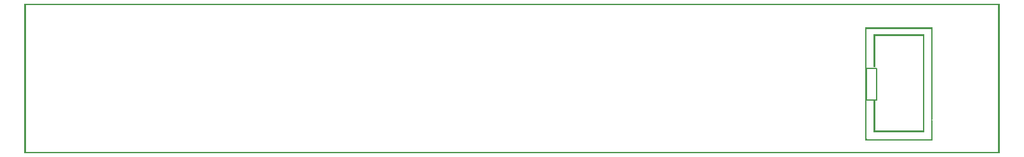
<source format=gbo>
G04 MADE WITH FRITZING*
G04 WWW.FRITZING.ORG*
G04 DOUBLE SIDED*
G04 HOLES PLATED*
G04 CONTOUR ON CENTER OF CONTOUR VECTOR*
%ASAXBY*%
%FSLAX23Y23*%
%MOIN*%
%OFA0B0*%
%SFA1.0B1.0*%
%ADD10R,0.063000X0.173200X0.047000X0.157200*%
%ADD11C,0.008000*%
%ADD12R,0.001000X0.001000*%
%LNSILK0*%
G90*
G70*
G54D11*
X4417Y448D02*
X4472Y448D01*
X4472Y282D01*
X4417Y282D01*
X4417Y448D01*
D02*
G54D12*
X0Y787D02*
X5117Y787D01*
X0Y786D02*
X5117Y786D01*
X0Y785D02*
X5117Y785D01*
X0Y784D02*
X5117Y784D01*
X0Y783D02*
X5117Y783D01*
X0Y782D02*
X5117Y782D01*
X0Y781D02*
X5117Y781D01*
X0Y780D02*
X5117Y780D01*
X0Y779D02*
X7Y779D01*
X5110Y779D02*
X5117Y779D01*
X0Y778D02*
X7Y778D01*
X5110Y778D02*
X5117Y778D01*
X0Y777D02*
X7Y777D01*
X5110Y777D02*
X5117Y777D01*
X0Y776D02*
X7Y776D01*
X5110Y776D02*
X5117Y776D01*
X0Y775D02*
X7Y775D01*
X5110Y775D02*
X5117Y775D01*
X0Y774D02*
X7Y774D01*
X5110Y774D02*
X5117Y774D01*
X0Y773D02*
X7Y773D01*
X5110Y773D02*
X5117Y773D01*
X0Y772D02*
X7Y772D01*
X5110Y772D02*
X5117Y772D01*
X0Y771D02*
X7Y771D01*
X5110Y771D02*
X5117Y771D01*
X0Y770D02*
X7Y770D01*
X5110Y770D02*
X5117Y770D01*
X0Y769D02*
X7Y769D01*
X5110Y769D02*
X5117Y769D01*
X0Y768D02*
X7Y768D01*
X5110Y768D02*
X5117Y768D01*
X0Y767D02*
X7Y767D01*
X5110Y767D02*
X5117Y767D01*
X0Y766D02*
X7Y766D01*
X5110Y766D02*
X5117Y766D01*
X0Y765D02*
X7Y765D01*
X5110Y765D02*
X5117Y765D01*
X0Y764D02*
X7Y764D01*
X5110Y764D02*
X5117Y764D01*
X0Y763D02*
X7Y763D01*
X5110Y763D02*
X5117Y763D01*
X0Y762D02*
X7Y762D01*
X5110Y762D02*
X5117Y762D01*
X0Y761D02*
X7Y761D01*
X5110Y761D02*
X5117Y761D01*
X0Y760D02*
X7Y760D01*
X5110Y760D02*
X5117Y760D01*
X0Y759D02*
X7Y759D01*
X5110Y759D02*
X5117Y759D01*
X0Y758D02*
X7Y758D01*
X5110Y758D02*
X5117Y758D01*
X0Y757D02*
X7Y757D01*
X5110Y757D02*
X5117Y757D01*
X0Y756D02*
X7Y756D01*
X5110Y756D02*
X5117Y756D01*
X0Y755D02*
X7Y755D01*
X5110Y755D02*
X5117Y755D01*
X0Y754D02*
X7Y754D01*
X5110Y754D02*
X5117Y754D01*
X0Y753D02*
X7Y753D01*
X5110Y753D02*
X5117Y753D01*
X0Y752D02*
X7Y752D01*
X5110Y752D02*
X5117Y752D01*
X0Y751D02*
X7Y751D01*
X5110Y751D02*
X5117Y751D01*
X0Y750D02*
X7Y750D01*
X5110Y750D02*
X5117Y750D01*
X0Y749D02*
X7Y749D01*
X5110Y749D02*
X5117Y749D01*
X0Y748D02*
X7Y748D01*
X5110Y748D02*
X5117Y748D01*
X0Y747D02*
X7Y747D01*
X5110Y747D02*
X5117Y747D01*
X0Y746D02*
X7Y746D01*
X5110Y746D02*
X5117Y746D01*
X0Y745D02*
X7Y745D01*
X5110Y745D02*
X5117Y745D01*
X0Y744D02*
X7Y744D01*
X5110Y744D02*
X5117Y744D01*
X0Y743D02*
X7Y743D01*
X5110Y743D02*
X5117Y743D01*
X0Y742D02*
X7Y742D01*
X5110Y742D02*
X5117Y742D01*
X0Y741D02*
X7Y741D01*
X5110Y741D02*
X5117Y741D01*
X0Y740D02*
X7Y740D01*
X5110Y740D02*
X5117Y740D01*
X0Y739D02*
X7Y739D01*
X5110Y739D02*
X5117Y739D01*
X0Y738D02*
X7Y738D01*
X5110Y738D02*
X5117Y738D01*
X0Y737D02*
X7Y737D01*
X5110Y737D02*
X5117Y737D01*
X0Y736D02*
X7Y736D01*
X5110Y736D02*
X5117Y736D01*
X0Y735D02*
X7Y735D01*
X5110Y735D02*
X5117Y735D01*
X0Y734D02*
X7Y734D01*
X5110Y734D02*
X5117Y734D01*
X0Y733D02*
X7Y733D01*
X5110Y733D02*
X5117Y733D01*
X0Y732D02*
X7Y732D01*
X5110Y732D02*
X5117Y732D01*
X0Y731D02*
X7Y731D01*
X5110Y731D02*
X5117Y731D01*
X0Y730D02*
X7Y730D01*
X5110Y730D02*
X5117Y730D01*
X0Y729D02*
X7Y729D01*
X5110Y729D02*
X5117Y729D01*
X0Y728D02*
X7Y728D01*
X5110Y728D02*
X5117Y728D01*
X0Y727D02*
X7Y727D01*
X5110Y727D02*
X5117Y727D01*
X0Y726D02*
X7Y726D01*
X5110Y726D02*
X5117Y726D01*
X0Y725D02*
X7Y725D01*
X5110Y725D02*
X5117Y725D01*
X0Y724D02*
X7Y724D01*
X5110Y724D02*
X5117Y724D01*
X0Y723D02*
X7Y723D01*
X5110Y723D02*
X5117Y723D01*
X0Y722D02*
X7Y722D01*
X5110Y722D02*
X5117Y722D01*
X0Y721D02*
X7Y721D01*
X5110Y721D02*
X5117Y721D01*
X0Y720D02*
X7Y720D01*
X5110Y720D02*
X5117Y720D01*
X0Y719D02*
X7Y719D01*
X5110Y719D02*
X5117Y719D01*
X0Y718D02*
X7Y718D01*
X5110Y718D02*
X5117Y718D01*
X0Y717D02*
X7Y717D01*
X5110Y717D02*
X5117Y717D01*
X0Y716D02*
X7Y716D01*
X5110Y716D02*
X5117Y716D01*
X0Y715D02*
X7Y715D01*
X5110Y715D02*
X5117Y715D01*
X0Y714D02*
X7Y714D01*
X5110Y714D02*
X5117Y714D01*
X0Y713D02*
X7Y713D01*
X5110Y713D02*
X5117Y713D01*
X0Y712D02*
X7Y712D01*
X5110Y712D02*
X5117Y712D01*
X0Y711D02*
X7Y711D01*
X5110Y711D02*
X5117Y711D01*
X0Y710D02*
X7Y710D01*
X5110Y710D02*
X5117Y710D01*
X0Y709D02*
X7Y709D01*
X5110Y709D02*
X5117Y709D01*
X0Y708D02*
X7Y708D01*
X5110Y708D02*
X5117Y708D01*
X0Y707D02*
X7Y707D01*
X5110Y707D02*
X5117Y707D01*
X0Y706D02*
X7Y706D01*
X5110Y706D02*
X5117Y706D01*
X0Y705D02*
X7Y705D01*
X5110Y705D02*
X5117Y705D01*
X0Y704D02*
X7Y704D01*
X5110Y704D02*
X5117Y704D01*
X0Y703D02*
X7Y703D01*
X5110Y703D02*
X5117Y703D01*
X0Y702D02*
X7Y702D01*
X5110Y702D02*
X5117Y702D01*
X0Y701D02*
X7Y701D01*
X5110Y701D02*
X5117Y701D01*
X0Y700D02*
X7Y700D01*
X5110Y700D02*
X5117Y700D01*
X0Y699D02*
X7Y699D01*
X5110Y699D02*
X5117Y699D01*
X0Y698D02*
X7Y698D01*
X5110Y698D02*
X5117Y698D01*
X0Y697D02*
X7Y697D01*
X5110Y697D02*
X5117Y697D01*
X0Y696D02*
X7Y696D01*
X5110Y696D02*
X5117Y696D01*
X0Y695D02*
X7Y695D01*
X5110Y695D02*
X5117Y695D01*
X0Y694D02*
X7Y694D01*
X5110Y694D02*
X5117Y694D01*
X0Y693D02*
X7Y693D01*
X5110Y693D02*
X5117Y693D01*
X0Y692D02*
X7Y692D01*
X5110Y692D02*
X5117Y692D01*
X0Y691D02*
X7Y691D01*
X5110Y691D02*
X5117Y691D01*
X0Y690D02*
X7Y690D01*
X5110Y690D02*
X5117Y690D01*
X0Y689D02*
X7Y689D01*
X5110Y689D02*
X5117Y689D01*
X0Y688D02*
X7Y688D01*
X5110Y688D02*
X5117Y688D01*
X0Y687D02*
X7Y687D01*
X5110Y687D02*
X5117Y687D01*
X0Y686D02*
X7Y686D01*
X5110Y686D02*
X5117Y686D01*
X0Y685D02*
X7Y685D01*
X5110Y685D02*
X5117Y685D01*
X0Y684D02*
X7Y684D01*
X5110Y684D02*
X5117Y684D01*
X0Y683D02*
X7Y683D01*
X5110Y683D02*
X5117Y683D01*
X0Y682D02*
X7Y682D01*
X5110Y682D02*
X5117Y682D01*
X0Y681D02*
X7Y681D01*
X5110Y681D02*
X5117Y681D01*
X0Y680D02*
X7Y680D01*
X5110Y680D02*
X5117Y680D01*
X0Y679D02*
X7Y679D01*
X5110Y679D02*
X5117Y679D01*
X0Y678D02*
X7Y678D01*
X5110Y678D02*
X5117Y678D01*
X0Y677D02*
X7Y677D01*
X5110Y677D02*
X5117Y677D01*
X0Y676D02*
X7Y676D01*
X5110Y676D02*
X5117Y676D01*
X0Y675D02*
X7Y675D01*
X5110Y675D02*
X5117Y675D01*
X0Y674D02*
X7Y674D01*
X5110Y674D02*
X5117Y674D01*
X0Y673D02*
X7Y673D01*
X5110Y673D02*
X5117Y673D01*
X0Y672D02*
X7Y672D01*
X5110Y672D02*
X5117Y672D01*
X0Y671D02*
X7Y671D01*
X5110Y671D02*
X5117Y671D01*
X0Y670D02*
X7Y670D01*
X5110Y670D02*
X5117Y670D01*
X0Y669D02*
X7Y669D01*
X5110Y669D02*
X5117Y669D01*
X0Y668D02*
X7Y668D01*
X5110Y668D02*
X5117Y668D01*
X0Y667D02*
X7Y667D01*
X5110Y667D02*
X5117Y667D01*
X0Y666D02*
X7Y666D01*
X5110Y666D02*
X5117Y666D01*
X0Y665D02*
X7Y665D01*
X5110Y665D02*
X5117Y665D01*
X0Y664D02*
X7Y664D01*
X5110Y664D02*
X5117Y664D01*
X0Y663D02*
X7Y663D01*
X5110Y663D02*
X5117Y663D01*
X0Y662D02*
X7Y662D01*
X4412Y662D02*
X4766Y662D01*
X5110Y662D02*
X5117Y662D01*
X0Y661D02*
X7Y661D01*
X4412Y661D02*
X4766Y661D01*
X5110Y661D02*
X5117Y661D01*
X0Y660D02*
X7Y660D01*
X4412Y660D02*
X4766Y660D01*
X5110Y660D02*
X5117Y660D01*
X0Y659D02*
X7Y659D01*
X4412Y659D02*
X4766Y659D01*
X5110Y659D02*
X5117Y659D01*
X0Y658D02*
X7Y658D01*
X4412Y658D02*
X4766Y658D01*
X5110Y658D02*
X5117Y658D01*
X0Y657D02*
X7Y657D01*
X4412Y657D02*
X4766Y657D01*
X5110Y657D02*
X5117Y657D01*
X0Y656D02*
X7Y656D01*
X4412Y656D02*
X4766Y656D01*
X5110Y656D02*
X5117Y656D01*
X0Y655D02*
X7Y655D01*
X4412Y655D02*
X4766Y655D01*
X5110Y655D02*
X5117Y655D01*
X0Y654D02*
X7Y654D01*
X4412Y654D02*
X4419Y654D01*
X4759Y654D02*
X4766Y654D01*
X5110Y654D02*
X5117Y654D01*
X0Y653D02*
X7Y653D01*
X4412Y653D02*
X4419Y653D01*
X4759Y653D02*
X4766Y653D01*
X5110Y653D02*
X5117Y653D01*
X0Y652D02*
X7Y652D01*
X4412Y652D02*
X4419Y652D01*
X4759Y652D02*
X4766Y652D01*
X5110Y652D02*
X5117Y652D01*
X0Y651D02*
X7Y651D01*
X4412Y651D02*
X4419Y651D01*
X4759Y651D02*
X4766Y651D01*
X5110Y651D02*
X5117Y651D01*
X0Y650D02*
X7Y650D01*
X4412Y650D02*
X4419Y650D01*
X4759Y650D02*
X4766Y650D01*
X5110Y650D02*
X5117Y650D01*
X0Y649D02*
X7Y649D01*
X4412Y649D02*
X4419Y649D01*
X4759Y649D02*
X4766Y649D01*
X5110Y649D02*
X5117Y649D01*
X0Y648D02*
X7Y648D01*
X4412Y648D02*
X4419Y648D01*
X4759Y648D02*
X4766Y648D01*
X5110Y648D02*
X5117Y648D01*
X0Y647D02*
X7Y647D01*
X4412Y647D02*
X4419Y647D01*
X4759Y647D02*
X4766Y647D01*
X5110Y647D02*
X5117Y647D01*
X0Y646D02*
X7Y646D01*
X4412Y646D02*
X4419Y646D01*
X4759Y646D02*
X4766Y646D01*
X5110Y646D02*
X5117Y646D01*
X0Y645D02*
X7Y645D01*
X4412Y645D02*
X4419Y645D01*
X4759Y645D02*
X4766Y645D01*
X5110Y645D02*
X5117Y645D01*
X0Y644D02*
X7Y644D01*
X4412Y644D02*
X4419Y644D01*
X4759Y644D02*
X4766Y644D01*
X5110Y644D02*
X5117Y644D01*
X0Y643D02*
X7Y643D01*
X4412Y643D02*
X4419Y643D01*
X4759Y643D02*
X4766Y643D01*
X5110Y643D02*
X5117Y643D01*
X0Y642D02*
X7Y642D01*
X4412Y642D02*
X4419Y642D01*
X4759Y642D02*
X4766Y642D01*
X5110Y642D02*
X5117Y642D01*
X0Y641D02*
X7Y641D01*
X4412Y641D02*
X4419Y641D01*
X4759Y641D02*
X4766Y641D01*
X5110Y641D02*
X5117Y641D01*
X0Y640D02*
X7Y640D01*
X4412Y640D02*
X4419Y640D01*
X4759Y640D02*
X4766Y640D01*
X5110Y640D02*
X5117Y640D01*
X0Y639D02*
X7Y639D01*
X4412Y639D02*
X4419Y639D01*
X4759Y639D02*
X4766Y639D01*
X5110Y639D02*
X5117Y639D01*
X0Y638D02*
X7Y638D01*
X4412Y638D02*
X4419Y638D01*
X4759Y638D02*
X4766Y638D01*
X5110Y638D02*
X5117Y638D01*
X0Y637D02*
X7Y637D01*
X4412Y637D02*
X4419Y637D01*
X4759Y637D02*
X4766Y637D01*
X5110Y637D02*
X5117Y637D01*
X0Y636D02*
X7Y636D01*
X4412Y636D02*
X4419Y636D01*
X4759Y636D02*
X4766Y636D01*
X5110Y636D02*
X5117Y636D01*
X0Y635D02*
X7Y635D01*
X4412Y635D02*
X4419Y635D01*
X4759Y635D02*
X4766Y635D01*
X5110Y635D02*
X5117Y635D01*
X0Y634D02*
X7Y634D01*
X4412Y634D02*
X4419Y634D01*
X4759Y634D02*
X4766Y634D01*
X5110Y634D02*
X5117Y634D01*
X0Y633D02*
X7Y633D01*
X4412Y633D02*
X4419Y633D01*
X4759Y633D02*
X4766Y633D01*
X5110Y633D02*
X5117Y633D01*
X0Y632D02*
X7Y632D01*
X4412Y632D02*
X4419Y632D01*
X4759Y632D02*
X4766Y632D01*
X5110Y632D02*
X5117Y632D01*
X0Y631D02*
X7Y631D01*
X4412Y631D02*
X4419Y631D01*
X4759Y631D02*
X4766Y631D01*
X5110Y631D02*
X5117Y631D01*
X0Y630D02*
X7Y630D01*
X4412Y630D02*
X4419Y630D01*
X4759Y630D02*
X4766Y630D01*
X5110Y630D02*
X5117Y630D01*
X0Y629D02*
X7Y629D01*
X4412Y629D02*
X4419Y629D01*
X4759Y629D02*
X4766Y629D01*
X5110Y629D02*
X5117Y629D01*
X0Y628D02*
X7Y628D01*
X4412Y628D02*
X4419Y628D01*
X4759Y628D02*
X4766Y628D01*
X5110Y628D02*
X5117Y628D01*
X0Y627D02*
X7Y627D01*
X4412Y627D02*
X4419Y627D01*
X4759Y627D02*
X4766Y627D01*
X5110Y627D02*
X5117Y627D01*
X0Y626D02*
X7Y626D01*
X4412Y626D02*
X4419Y626D01*
X4456Y626D02*
X4722Y626D01*
X4759Y626D02*
X4766Y626D01*
X5110Y626D02*
X5117Y626D01*
X0Y625D02*
X7Y625D01*
X4412Y625D02*
X4419Y625D01*
X4456Y625D02*
X4722Y625D01*
X4759Y625D02*
X4766Y625D01*
X5110Y625D02*
X5117Y625D01*
X0Y624D02*
X7Y624D01*
X4412Y624D02*
X4419Y624D01*
X4456Y624D02*
X4722Y624D01*
X4759Y624D02*
X4766Y624D01*
X5110Y624D02*
X5117Y624D01*
X0Y623D02*
X7Y623D01*
X4412Y623D02*
X4419Y623D01*
X4456Y623D02*
X4722Y623D01*
X4759Y623D02*
X4766Y623D01*
X5110Y623D02*
X5117Y623D01*
X0Y622D02*
X7Y622D01*
X4412Y622D02*
X4419Y622D01*
X4456Y622D02*
X4722Y622D01*
X4759Y622D02*
X4766Y622D01*
X5110Y622D02*
X5117Y622D01*
X0Y621D02*
X7Y621D01*
X4412Y621D02*
X4419Y621D01*
X4456Y621D02*
X4722Y621D01*
X4759Y621D02*
X4766Y621D01*
X5110Y621D02*
X5117Y621D01*
X0Y620D02*
X7Y620D01*
X4412Y620D02*
X4419Y620D01*
X4456Y620D02*
X4722Y620D01*
X4759Y620D02*
X4766Y620D01*
X5110Y620D02*
X5117Y620D01*
X0Y619D02*
X7Y619D01*
X4412Y619D02*
X4419Y619D01*
X4456Y619D02*
X4722Y619D01*
X4759Y619D02*
X4766Y619D01*
X5110Y619D02*
X5117Y619D01*
X0Y618D02*
X7Y618D01*
X4412Y618D02*
X4419Y618D01*
X4456Y618D02*
X4463Y618D01*
X4715Y618D02*
X4722Y618D01*
X4759Y618D02*
X4766Y618D01*
X5110Y618D02*
X5117Y618D01*
X0Y617D02*
X7Y617D01*
X4412Y617D02*
X4419Y617D01*
X4456Y617D02*
X4463Y617D01*
X4715Y617D02*
X4722Y617D01*
X4759Y617D02*
X4766Y617D01*
X5110Y617D02*
X5117Y617D01*
X0Y616D02*
X7Y616D01*
X4412Y616D02*
X4419Y616D01*
X4456Y616D02*
X4463Y616D01*
X4715Y616D02*
X4722Y616D01*
X4759Y616D02*
X4766Y616D01*
X5110Y616D02*
X5117Y616D01*
X0Y615D02*
X7Y615D01*
X4412Y615D02*
X4419Y615D01*
X4456Y615D02*
X4463Y615D01*
X4715Y615D02*
X4722Y615D01*
X4759Y615D02*
X4766Y615D01*
X5110Y615D02*
X5117Y615D01*
X0Y614D02*
X7Y614D01*
X4412Y614D02*
X4419Y614D01*
X4456Y614D02*
X4463Y614D01*
X4715Y614D02*
X4722Y614D01*
X4759Y614D02*
X4766Y614D01*
X5110Y614D02*
X5117Y614D01*
X0Y613D02*
X7Y613D01*
X4412Y613D02*
X4419Y613D01*
X4456Y613D02*
X4463Y613D01*
X4715Y613D02*
X4722Y613D01*
X4759Y613D02*
X4766Y613D01*
X5110Y613D02*
X5117Y613D01*
X0Y612D02*
X7Y612D01*
X4412Y612D02*
X4419Y612D01*
X4456Y612D02*
X4463Y612D01*
X4715Y612D02*
X4722Y612D01*
X4759Y612D02*
X4766Y612D01*
X5110Y612D02*
X5117Y612D01*
X0Y611D02*
X7Y611D01*
X4412Y611D02*
X4419Y611D01*
X4456Y611D02*
X4463Y611D01*
X4715Y611D02*
X4722Y611D01*
X4759Y611D02*
X4766Y611D01*
X5110Y611D02*
X5117Y611D01*
X0Y610D02*
X7Y610D01*
X4412Y610D02*
X4419Y610D01*
X4456Y610D02*
X4463Y610D01*
X4715Y610D02*
X4722Y610D01*
X4759Y610D02*
X4766Y610D01*
X5110Y610D02*
X5117Y610D01*
X0Y609D02*
X7Y609D01*
X4412Y609D02*
X4419Y609D01*
X4456Y609D02*
X4463Y609D01*
X4715Y609D02*
X4722Y609D01*
X4759Y609D02*
X4766Y609D01*
X5110Y609D02*
X5117Y609D01*
X0Y608D02*
X7Y608D01*
X4412Y608D02*
X4419Y608D01*
X4456Y608D02*
X4463Y608D01*
X4715Y608D02*
X4722Y608D01*
X4759Y608D02*
X4766Y608D01*
X5110Y608D02*
X5117Y608D01*
X0Y607D02*
X7Y607D01*
X4412Y607D02*
X4419Y607D01*
X4456Y607D02*
X4463Y607D01*
X4715Y607D02*
X4722Y607D01*
X4759Y607D02*
X4766Y607D01*
X5110Y607D02*
X5117Y607D01*
X0Y606D02*
X7Y606D01*
X4412Y606D02*
X4419Y606D01*
X4456Y606D02*
X4463Y606D01*
X4715Y606D02*
X4722Y606D01*
X4759Y606D02*
X4766Y606D01*
X5110Y606D02*
X5117Y606D01*
X0Y605D02*
X7Y605D01*
X4412Y605D02*
X4419Y605D01*
X4456Y605D02*
X4463Y605D01*
X4715Y605D02*
X4722Y605D01*
X4759Y605D02*
X4766Y605D01*
X5110Y605D02*
X5117Y605D01*
X0Y604D02*
X7Y604D01*
X4412Y604D02*
X4419Y604D01*
X4456Y604D02*
X4463Y604D01*
X4715Y604D02*
X4722Y604D01*
X4759Y604D02*
X4766Y604D01*
X5110Y604D02*
X5117Y604D01*
X0Y603D02*
X7Y603D01*
X4412Y603D02*
X4419Y603D01*
X4456Y603D02*
X4463Y603D01*
X4715Y603D02*
X4722Y603D01*
X4759Y603D02*
X4766Y603D01*
X5110Y603D02*
X5117Y603D01*
X0Y602D02*
X7Y602D01*
X4412Y602D02*
X4419Y602D01*
X4456Y602D02*
X4463Y602D01*
X4715Y602D02*
X4722Y602D01*
X4759Y602D02*
X4766Y602D01*
X5110Y602D02*
X5117Y602D01*
X0Y601D02*
X7Y601D01*
X4412Y601D02*
X4419Y601D01*
X4456Y601D02*
X4463Y601D01*
X4715Y601D02*
X4722Y601D01*
X4759Y601D02*
X4766Y601D01*
X5110Y601D02*
X5117Y601D01*
X0Y600D02*
X7Y600D01*
X4412Y600D02*
X4419Y600D01*
X4456Y600D02*
X4463Y600D01*
X4715Y600D02*
X4722Y600D01*
X4759Y600D02*
X4766Y600D01*
X5110Y600D02*
X5117Y600D01*
X0Y599D02*
X7Y599D01*
X4412Y599D02*
X4419Y599D01*
X4456Y599D02*
X4463Y599D01*
X4715Y599D02*
X4722Y599D01*
X4759Y599D02*
X4766Y599D01*
X5110Y599D02*
X5117Y599D01*
X0Y598D02*
X7Y598D01*
X4412Y598D02*
X4419Y598D01*
X4456Y598D02*
X4463Y598D01*
X4715Y598D02*
X4722Y598D01*
X4759Y598D02*
X4766Y598D01*
X5110Y598D02*
X5117Y598D01*
X0Y597D02*
X7Y597D01*
X4412Y597D02*
X4419Y597D01*
X4456Y597D02*
X4463Y597D01*
X4715Y597D02*
X4722Y597D01*
X4759Y597D02*
X4766Y597D01*
X5110Y597D02*
X5117Y597D01*
X0Y596D02*
X7Y596D01*
X4412Y596D02*
X4419Y596D01*
X4456Y596D02*
X4463Y596D01*
X4715Y596D02*
X4722Y596D01*
X4759Y596D02*
X4766Y596D01*
X5110Y596D02*
X5117Y596D01*
X0Y595D02*
X7Y595D01*
X4412Y595D02*
X4419Y595D01*
X4456Y595D02*
X4463Y595D01*
X4715Y595D02*
X4722Y595D01*
X4759Y595D02*
X4766Y595D01*
X5110Y595D02*
X5117Y595D01*
X0Y594D02*
X7Y594D01*
X4412Y594D02*
X4419Y594D01*
X4456Y594D02*
X4463Y594D01*
X4715Y594D02*
X4722Y594D01*
X4759Y594D02*
X4766Y594D01*
X5110Y594D02*
X5117Y594D01*
X0Y593D02*
X7Y593D01*
X4412Y593D02*
X4419Y593D01*
X4456Y593D02*
X4463Y593D01*
X4715Y593D02*
X4722Y593D01*
X4759Y593D02*
X4766Y593D01*
X5110Y593D02*
X5117Y593D01*
X0Y592D02*
X7Y592D01*
X4412Y592D02*
X4419Y592D01*
X4456Y592D02*
X4463Y592D01*
X4715Y592D02*
X4722Y592D01*
X4759Y592D02*
X4766Y592D01*
X5110Y592D02*
X5117Y592D01*
X0Y591D02*
X7Y591D01*
X4412Y591D02*
X4419Y591D01*
X4456Y591D02*
X4463Y591D01*
X4715Y591D02*
X4722Y591D01*
X4759Y591D02*
X4766Y591D01*
X5110Y591D02*
X5117Y591D01*
X0Y590D02*
X7Y590D01*
X4412Y590D02*
X4419Y590D01*
X4456Y590D02*
X4463Y590D01*
X4715Y590D02*
X4722Y590D01*
X4759Y590D02*
X4766Y590D01*
X5110Y590D02*
X5117Y590D01*
X0Y589D02*
X7Y589D01*
X4412Y589D02*
X4419Y589D01*
X4456Y589D02*
X4463Y589D01*
X4715Y589D02*
X4722Y589D01*
X4759Y589D02*
X4766Y589D01*
X5110Y589D02*
X5117Y589D01*
X0Y588D02*
X7Y588D01*
X4412Y588D02*
X4419Y588D01*
X4456Y588D02*
X4463Y588D01*
X4715Y588D02*
X4722Y588D01*
X4759Y588D02*
X4766Y588D01*
X5110Y588D02*
X5117Y588D01*
X0Y587D02*
X7Y587D01*
X4412Y587D02*
X4419Y587D01*
X4456Y587D02*
X4463Y587D01*
X4715Y587D02*
X4722Y587D01*
X4759Y587D02*
X4766Y587D01*
X5110Y587D02*
X5117Y587D01*
X0Y586D02*
X7Y586D01*
X4412Y586D02*
X4419Y586D01*
X4456Y586D02*
X4463Y586D01*
X4715Y586D02*
X4722Y586D01*
X4759Y586D02*
X4766Y586D01*
X5110Y586D02*
X5117Y586D01*
X0Y585D02*
X7Y585D01*
X4412Y585D02*
X4419Y585D01*
X4456Y585D02*
X4463Y585D01*
X4715Y585D02*
X4722Y585D01*
X4759Y585D02*
X4766Y585D01*
X5110Y585D02*
X5117Y585D01*
X0Y584D02*
X7Y584D01*
X4412Y584D02*
X4419Y584D01*
X4456Y584D02*
X4463Y584D01*
X4715Y584D02*
X4722Y584D01*
X4759Y584D02*
X4766Y584D01*
X5110Y584D02*
X5117Y584D01*
X0Y583D02*
X7Y583D01*
X4412Y583D02*
X4419Y583D01*
X4456Y583D02*
X4463Y583D01*
X4715Y583D02*
X4722Y583D01*
X4759Y583D02*
X4766Y583D01*
X5110Y583D02*
X5117Y583D01*
X0Y582D02*
X7Y582D01*
X4412Y582D02*
X4419Y582D01*
X4456Y582D02*
X4463Y582D01*
X4715Y582D02*
X4722Y582D01*
X4759Y582D02*
X4766Y582D01*
X5110Y582D02*
X5117Y582D01*
X0Y581D02*
X7Y581D01*
X4412Y581D02*
X4419Y581D01*
X4456Y581D02*
X4463Y581D01*
X4715Y581D02*
X4722Y581D01*
X4759Y581D02*
X4766Y581D01*
X5110Y581D02*
X5117Y581D01*
X0Y580D02*
X7Y580D01*
X4412Y580D02*
X4419Y580D01*
X4456Y580D02*
X4463Y580D01*
X4715Y580D02*
X4722Y580D01*
X4759Y580D02*
X4766Y580D01*
X5110Y580D02*
X5117Y580D01*
X0Y579D02*
X7Y579D01*
X4412Y579D02*
X4419Y579D01*
X4456Y579D02*
X4463Y579D01*
X4715Y579D02*
X4722Y579D01*
X4759Y579D02*
X4766Y579D01*
X5110Y579D02*
X5117Y579D01*
X0Y578D02*
X7Y578D01*
X4412Y578D02*
X4419Y578D01*
X4456Y578D02*
X4463Y578D01*
X4715Y578D02*
X4722Y578D01*
X4759Y578D02*
X4766Y578D01*
X5110Y578D02*
X5117Y578D01*
X0Y577D02*
X7Y577D01*
X4412Y577D02*
X4419Y577D01*
X4456Y577D02*
X4463Y577D01*
X4715Y577D02*
X4722Y577D01*
X4759Y577D02*
X4766Y577D01*
X5110Y577D02*
X5117Y577D01*
X0Y576D02*
X7Y576D01*
X4412Y576D02*
X4419Y576D01*
X4456Y576D02*
X4463Y576D01*
X4715Y576D02*
X4722Y576D01*
X4759Y576D02*
X4766Y576D01*
X5110Y576D02*
X5117Y576D01*
X0Y575D02*
X7Y575D01*
X4412Y575D02*
X4419Y575D01*
X4456Y575D02*
X4463Y575D01*
X4715Y575D02*
X4722Y575D01*
X4759Y575D02*
X4766Y575D01*
X5110Y575D02*
X5117Y575D01*
X0Y574D02*
X7Y574D01*
X4412Y574D02*
X4419Y574D01*
X4456Y574D02*
X4463Y574D01*
X4715Y574D02*
X4722Y574D01*
X4759Y574D02*
X4766Y574D01*
X5110Y574D02*
X5117Y574D01*
X0Y573D02*
X7Y573D01*
X4412Y573D02*
X4419Y573D01*
X4456Y573D02*
X4463Y573D01*
X4715Y573D02*
X4722Y573D01*
X4759Y573D02*
X4766Y573D01*
X5110Y573D02*
X5117Y573D01*
X0Y572D02*
X7Y572D01*
X4412Y572D02*
X4419Y572D01*
X4456Y572D02*
X4463Y572D01*
X4715Y572D02*
X4722Y572D01*
X4759Y572D02*
X4766Y572D01*
X5110Y572D02*
X5117Y572D01*
X0Y571D02*
X7Y571D01*
X4412Y571D02*
X4419Y571D01*
X4456Y571D02*
X4463Y571D01*
X4715Y571D02*
X4722Y571D01*
X4759Y571D02*
X4766Y571D01*
X5110Y571D02*
X5117Y571D01*
X0Y570D02*
X7Y570D01*
X4412Y570D02*
X4419Y570D01*
X4456Y570D02*
X4463Y570D01*
X4715Y570D02*
X4722Y570D01*
X4759Y570D02*
X4766Y570D01*
X5110Y570D02*
X5117Y570D01*
X0Y569D02*
X7Y569D01*
X4412Y569D02*
X4419Y569D01*
X4456Y569D02*
X4463Y569D01*
X4715Y569D02*
X4722Y569D01*
X4759Y569D02*
X4766Y569D01*
X5110Y569D02*
X5117Y569D01*
X0Y568D02*
X7Y568D01*
X4412Y568D02*
X4419Y568D01*
X4456Y568D02*
X4463Y568D01*
X4715Y568D02*
X4722Y568D01*
X4759Y568D02*
X4766Y568D01*
X5110Y568D02*
X5117Y568D01*
X0Y567D02*
X7Y567D01*
X4412Y567D02*
X4419Y567D01*
X4456Y567D02*
X4463Y567D01*
X4715Y567D02*
X4722Y567D01*
X4759Y567D02*
X4766Y567D01*
X5110Y567D02*
X5117Y567D01*
X0Y566D02*
X7Y566D01*
X4412Y566D02*
X4419Y566D01*
X4456Y566D02*
X4463Y566D01*
X4715Y566D02*
X4722Y566D01*
X4759Y566D02*
X4766Y566D01*
X5110Y566D02*
X5117Y566D01*
X0Y565D02*
X7Y565D01*
X4412Y565D02*
X4419Y565D01*
X4456Y565D02*
X4463Y565D01*
X4715Y565D02*
X4722Y565D01*
X4759Y565D02*
X4766Y565D01*
X5110Y565D02*
X5117Y565D01*
X0Y564D02*
X7Y564D01*
X4412Y564D02*
X4419Y564D01*
X4456Y564D02*
X4463Y564D01*
X4715Y564D02*
X4722Y564D01*
X4759Y564D02*
X4766Y564D01*
X5110Y564D02*
X5117Y564D01*
X0Y563D02*
X7Y563D01*
X4412Y563D02*
X4419Y563D01*
X4456Y563D02*
X4463Y563D01*
X4715Y563D02*
X4722Y563D01*
X4759Y563D02*
X4766Y563D01*
X5110Y563D02*
X5117Y563D01*
X0Y562D02*
X7Y562D01*
X4412Y562D02*
X4419Y562D01*
X4456Y562D02*
X4463Y562D01*
X4715Y562D02*
X4722Y562D01*
X4759Y562D02*
X4766Y562D01*
X5110Y562D02*
X5117Y562D01*
X0Y561D02*
X7Y561D01*
X4412Y561D02*
X4419Y561D01*
X4456Y561D02*
X4463Y561D01*
X4715Y561D02*
X4722Y561D01*
X4759Y561D02*
X4766Y561D01*
X5110Y561D02*
X5117Y561D01*
X0Y560D02*
X7Y560D01*
X4412Y560D02*
X4419Y560D01*
X4456Y560D02*
X4463Y560D01*
X4715Y560D02*
X4722Y560D01*
X4759Y560D02*
X4766Y560D01*
X5110Y560D02*
X5117Y560D01*
X0Y559D02*
X7Y559D01*
X4412Y559D02*
X4419Y559D01*
X4456Y559D02*
X4463Y559D01*
X4715Y559D02*
X4722Y559D01*
X4759Y559D02*
X4766Y559D01*
X5110Y559D02*
X5117Y559D01*
X0Y558D02*
X7Y558D01*
X4412Y558D02*
X4419Y558D01*
X4456Y558D02*
X4463Y558D01*
X4715Y558D02*
X4722Y558D01*
X4759Y558D02*
X4766Y558D01*
X5110Y558D02*
X5117Y558D01*
X0Y557D02*
X7Y557D01*
X4412Y557D02*
X4419Y557D01*
X4456Y557D02*
X4463Y557D01*
X4715Y557D02*
X4722Y557D01*
X4759Y557D02*
X4766Y557D01*
X5110Y557D02*
X5117Y557D01*
X0Y556D02*
X7Y556D01*
X4412Y556D02*
X4419Y556D01*
X4456Y556D02*
X4463Y556D01*
X4715Y556D02*
X4722Y556D01*
X4759Y556D02*
X4766Y556D01*
X5110Y556D02*
X5117Y556D01*
X0Y555D02*
X7Y555D01*
X4412Y555D02*
X4419Y555D01*
X4456Y555D02*
X4463Y555D01*
X4715Y555D02*
X4722Y555D01*
X4759Y555D02*
X4766Y555D01*
X5110Y555D02*
X5117Y555D01*
X0Y554D02*
X7Y554D01*
X4412Y554D02*
X4419Y554D01*
X4456Y554D02*
X4463Y554D01*
X4715Y554D02*
X4722Y554D01*
X4759Y554D02*
X4766Y554D01*
X5110Y554D02*
X5117Y554D01*
X0Y553D02*
X7Y553D01*
X4412Y553D02*
X4419Y553D01*
X4456Y553D02*
X4463Y553D01*
X4715Y553D02*
X4722Y553D01*
X4759Y553D02*
X4766Y553D01*
X5110Y553D02*
X5117Y553D01*
X0Y552D02*
X7Y552D01*
X4412Y552D02*
X4419Y552D01*
X4456Y552D02*
X4463Y552D01*
X4715Y552D02*
X4722Y552D01*
X4759Y552D02*
X4766Y552D01*
X5110Y552D02*
X5117Y552D01*
X0Y551D02*
X7Y551D01*
X4412Y551D02*
X4419Y551D01*
X4456Y551D02*
X4463Y551D01*
X4715Y551D02*
X4722Y551D01*
X4759Y551D02*
X4766Y551D01*
X5110Y551D02*
X5117Y551D01*
X0Y550D02*
X7Y550D01*
X4412Y550D02*
X4419Y550D01*
X4456Y550D02*
X4463Y550D01*
X4715Y550D02*
X4722Y550D01*
X4759Y550D02*
X4766Y550D01*
X5110Y550D02*
X5117Y550D01*
X0Y549D02*
X7Y549D01*
X4412Y549D02*
X4419Y549D01*
X4456Y549D02*
X4463Y549D01*
X4715Y549D02*
X4722Y549D01*
X4759Y549D02*
X4766Y549D01*
X5110Y549D02*
X5117Y549D01*
X0Y548D02*
X7Y548D01*
X4412Y548D02*
X4419Y548D01*
X4456Y548D02*
X4463Y548D01*
X4715Y548D02*
X4722Y548D01*
X4759Y548D02*
X4766Y548D01*
X5110Y548D02*
X5117Y548D01*
X0Y547D02*
X7Y547D01*
X4412Y547D02*
X4419Y547D01*
X4456Y547D02*
X4463Y547D01*
X4715Y547D02*
X4722Y547D01*
X4759Y547D02*
X4766Y547D01*
X5110Y547D02*
X5117Y547D01*
X0Y546D02*
X7Y546D01*
X4412Y546D02*
X4419Y546D01*
X4456Y546D02*
X4463Y546D01*
X4715Y546D02*
X4722Y546D01*
X4759Y546D02*
X4766Y546D01*
X5110Y546D02*
X5117Y546D01*
X0Y545D02*
X7Y545D01*
X4412Y545D02*
X4419Y545D01*
X4456Y545D02*
X4463Y545D01*
X4715Y545D02*
X4722Y545D01*
X4759Y545D02*
X4766Y545D01*
X5110Y545D02*
X5117Y545D01*
X0Y544D02*
X7Y544D01*
X4412Y544D02*
X4419Y544D01*
X4456Y544D02*
X4463Y544D01*
X4715Y544D02*
X4722Y544D01*
X4759Y544D02*
X4766Y544D01*
X5110Y544D02*
X5117Y544D01*
X0Y543D02*
X7Y543D01*
X4412Y543D02*
X4419Y543D01*
X4456Y543D02*
X4463Y543D01*
X4715Y543D02*
X4722Y543D01*
X4759Y543D02*
X4766Y543D01*
X5110Y543D02*
X5117Y543D01*
X0Y542D02*
X7Y542D01*
X4412Y542D02*
X4419Y542D01*
X4456Y542D02*
X4463Y542D01*
X4715Y542D02*
X4722Y542D01*
X4759Y542D02*
X4766Y542D01*
X5110Y542D02*
X5117Y542D01*
X0Y541D02*
X7Y541D01*
X4412Y541D02*
X4419Y541D01*
X4456Y541D02*
X4463Y541D01*
X4715Y541D02*
X4722Y541D01*
X4759Y541D02*
X4766Y541D01*
X5110Y541D02*
X5117Y541D01*
X0Y540D02*
X7Y540D01*
X4412Y540D02*
X4419Y540D01*
X4456Y540D02*
X4463Y540D01*
X4715Y540D02*
X4722Y540D01*
X4759Y540D02*
X4766Y540D01*
X5110Y540D02*
X5117Y540D01*
X0Y539D02*
X7Y539D01*
X4412Y539D02*
X4419Y539D01*
X4456Y539D02*
X4463Y539D01*
X4715Y539D02*
X4722Y539D01*
X4759Y539D02*
X4766Y539D01*
X5110Y539D02*
X5117Y539D01*
X0Y538D02*
X7Y538D01*
X4412Y538D02*
X4419Y538D01*
X4456Y538D02*
X4463Y538D01*
X4715Y538D02*
X4722Y538D01*
X4759Y538D02*
X4766Y538D01*
X5110Y538D02*
X5117Y538D01*
X0Y537D02*
X7Y537D01*
X4412Y537D02*
X4419Y537D01*
X4456Y537D02*
X4463Y537D01*
X4715Y537D02*
X4722Y537D01*
X4759Y537D02*
X4766Y537D01*
X5110Y537D02*
X5117Y537D01*
X0Y536D02*
X7Y536D01*
X4412Y536D02*
X4419Y536D01*
X4456Y536D02*
X4463Y536D01*
X4715Y536D02*
X4722Y536D01*
X4759Y536D02*
X4766Y536D01*
X5110Y536D02*
X5117Y536D01*
X0Y535D02*
X7Y535D01*
X4412Y535D02*
X4419Y535D01*
X4456Y535D02*
X4463Y535D01*
X4715Y535D02*
X4722Y535D01*
X4759Y535D02*
X4766Y535D01*
X5110Y535D02*
X5117Y535D01*
X0Y534D02*
X7Y534D01*
X4412Y534D02*
X4419Y534D01*
X4456Y534D02*
X4463Y534D01*
X4715Y534D02*
X4722Y534D01*
X4759Y534D02*
X4766Y534D01*
X5110Y534D02*
X5117Y534D01*
X0Y533D02*
X7Y533D01*
X4412Y533D02*
X4419Y533D01*
X4456Y533D02*
X4463Y533D01*
X4715Y533D02*
X4722Y533D01*
X4759Y533D02*
X4766Y533D01*
X5110Y533D02*
X5117Y533D01*
X0Y532D02*
X7Y532D01*
X4412Y532D02*
X4419Y532D01*
X4456Y532D02*
X4463Y532D01*
X4715Y532D02*
X4722Y532D01*
X4759Y532D02*
X4766Y532D01*
X5110Y532D02*
X5117Y532D01*
X0Y531D02*
X7Y531D01*
X4412Y531D02*
X4419Y531D01*
X4456Y531D02*
X4463Y531D01*
X4715Y531D02*
X4722Y531D01*
X4759Y531D02*
X4766Y531D01*
X5110Y531D02*
X5117Y531D01*
X0Y530D02*
X7Y530D01*
X4412Y530D02*
X4419Y530D01*
X4456Y530D02*
X4463Y530D01*
X4715Y530D02*
X4722Y530D01*
X4759Y530D02*
X4766Y530D01*
X5110Y530D02*
X5117Y530D01*
X0Y529D02*
X7Y529D01*
X4412Y529D02*
X4419Y529D01*
X4456Y529D02*
X4463Y529D01*
X4715Y529D02*
X4722Y529D01*
X4759Y529D02*
X4766Y529D01*
X5110Y529D02*
X5117Y529D01*
X0Y528D02*
X7Y528D01*
X4412Y528D02*
X4419Y528D01*
X4456Y528D02*
X4463Y528D01*
X4715Y528D02*
X4722Y528D01*
X4759Y528D02*
X4766Y528D01*
X5110Y528D02*
X5117Y528D01*
X0Y527D02*
X7Y527D01*
X4412Y527D02*
X4419Y527D01*
X4456Y527D02*
X4463Y527D01*
X4715Y527D02*
X4722Y527D01*
X4759Y527D02*
X4766Y527D01*
X5110Y527D02*
X5117Y527D01*
X0Y526D02*
X7Y526D01*
X4412Y526D02*
X4419Y526D01*
X4456Y526D02*
X4463Y526D01*
X4715Y526D02*
X4722Y526D01*
X4759Y526D02*
X4766Y526D01*
X5110Y526D02*
X5117Y526D01*
X0Y525D02*
X7Y525D01*
X4412Y525D02*
X4419Y525D01*
X4456Y525D02*
X4463Y525D01*
X4715Y525D02*
X4722Y525D01*
X4759Y525D02*
X4766Y525D01*
X5110Y525D02*
X5117Y525D01*
X0Y524D02*
X7Y524D01*
X4412Y524D02*
X4419Y524D01*
X4456Y524D02*
X4463Y524D01*
X4715Y524D02*
X4722Y524D01*
X4759Y524D02*
X4766Y524D01*
X5110Y524D02*
X5117Y524D01*
X0Y523D02*
X7Y523D01*
X4412Y523D02*
X4419Y523D01*
X4456Y523D02*
X4463Y523D01*
X4715Y523D02*
X4722Y523D01*
X4759Y523D02*
X4766Y523D01*
X5110Y523D02*
X5117Y523D01*
X0Y522D02*
X7Y522D01*
X4412Y522D02*
X4419Y522D01*
X4456Y522D02*
X4463Y522D01*
X4715Y522D02*
X4722Y522D01*
X4759Y522D02*
X4766Y522D01*
X5110Y522D02*
X5117Y522D01*
X0Y521D02*
X7Y521D01*
X4412Y521D02*
X4419Y521D01*
X4456Y521D02*
X4463Y521D01*
X4715Y521D02*
X4722Y521D01*
X4759Y521D02*
X4766Y521D01*
X5110Y521D02*
X5117Y521D01*
X0Y520D02*
X7Y520D01*
X4412Y520D02*
X4419Y520D01*
X4456Y520D02*
X4463Y520D01*
X4715Y520D02*
X4722Y520D01*
X4759Y520D02*
X4766Y520D01*
X5110Y520D02*
X5117Y520D01*
X0Y519D02*
X7Y519D01*
X4412Y519D02*
X4419Y519D01*
X4456Y519D02*
X4463Y519D01*
X4715Y519D02*
X4722Y519D01*
X4759Y519D02*
X4766Y519D01*
X5110Y519D02*
X5117Y519D01*
X0Y518D02*
X7Y518D01*
X4412Y518D02*
X4419Y518D01*
X4456Y518D02*
X4463Y518D01*
X4715Y518D02*
X4722Y518D01*
X4759Y518D02*
X4766Y518D01*
X5110Y518D02*
X5117Y518D01*
X0Y517D02*
X7Y517D01*
X4412Y517D02*
X4419Y517D01*
X4456Y517D02*
X4463Y517D01*
X4715Y517D02*
X4722Y517D01*
X4759Y517D02*
X4766Y517D01*
X5110Y517D02*
X5117Y517D01*
X0Y516D02*
X7Y516D01*
X4412Y516D02*
X4419Y516D01*
X4456Y516D02*
X4463Y516D01*
X4715Y516D02*
X4722Y516D01*
X4759Y516D02*
X4766Y516D01*
X5110Y516D02*
X5117Y516D01*
X0Y515D02*
X7Y515D01*
X4412Y515D02*
X4419Y515D01*
X4456Y515D02*
X4463Y515D01*
X4715Y515D02*
X4722Y515D01*
X4759Y515D02*
X4766Y515D01*
X5110Y515D02*
X5117Y515D01*
X0Y514D02*
X7Y514D01*
X4412Y514D02*
X4419Y514D01*
X4456Y514D02*
X4463Y514D01*
X4715Y514D02*
X4722Y514D01*
X4759Y514D02*
X4766Y514D01*
X5110Y514D02*
X5117Y514D01*
X0Y513D02*
X7Y513D01*
X4412Y513D02*
X4419Y513D01*
X4456Y513D02*
X4463Y513D01*
X4715Y513D02*
X4722Y513D01*
X4759Y513D02*
X4766Y513D01*
X5110Y513D02*
X5117Y513D01*
X0Y512D02*
X7Y512D01*
X4412Y512D02*
X4419Y512D01*
X4456Y512D02*
X4463Y512D01*
X4715Y512D02*
X4722Y512D01*
X4759Y512D02*
X4766Y512D01*
X5110Y512D02*
X5117Y512D01*
X0Y511D02*
X7Y511D01*
X4412Y511D02*
X4419Y511D01*
X4456Y511D02*
X4463Y511D01*
X4715Y511D02*
X4722Y511D01*
X4759Y511D02*
X4766Y511D01*
X5110Y511D02*
X5117Y511D01*
X0Y510D02*
X7Y510D01*
X4412Y510D02*
X4419Y510D01*
X4456Y510D02*
X4463Y510D01*
X4715Y510D02*
X4722Y510D01*
X4759Y510D02*
X4766Y510D01*
X5110Y510D02*
X5117Y510D01*
X0Y509D02*
X7Y509D01*
X4412Y509D02*
X4419Y509D01*
X4456Y509D02*
X4463Y509D01*
X4715Y509D02*
X4722Y509D01*
X4759Y509D02*
X4766Y509D01*
X5110Y509D02*
X5117Y509D01*
X0Y508D02*
X7Y508D01*
X4412Y508D02*
X4419Y508D01*
X4456Y508D02*
X4463Y508D01*
X4715Y508D02*
X4722Y508D01*
X4759Y508D02*
X4766Y508D01*
X5110Y508D02*
X5117Y508D01*
X0Y507D02*
X7Y507D01*
X4412Y507D02*
X4419Y507D01*
X4456Y507D02*
X4463Y507D01*
X4715Y507D02*
X4722Y507D01*
X4759Y507D02*
X4766Y507D01*
X5110Y507D02*
X5117Y507D01*
X0Y506D02*
X7Y506D01*
X4412Y506D02*
X4419Y506D01*
X4456Y506D02*
X4463Y506D01*
X4715Y506D02*
X4722Y506D01*
X4759Y506D02*
X4766Y506D01*
X5110Y506D02*
X5117Y506D01*
X0Y505D02*
X7Y505D01*
X4412Y505D02*
X4419Y505D01*
X4456Y505D02*
X4463Y505D01*
X4715Y505D02*
X4722Y505D01*
X4759Y505D02*
X4766Y505D01*
X5110Y505D02*
X5117Y505D01*
X0Y504D02*
X7Y504D01*
X4412Y504D02*
X4419Y504D01*
X4456Y504D02*
X4463Y504D01*
X4715Y504D02*
X4722Y504D01*
X4759Y504D02*
X4766Y504D01*
X5110Y504D02*
X5117Y504D01*
X0Y503D02*
X7Y503D01*
X4412Y503D02*
X4419Y503D01*
X4456Y503D02*
X4463Y503D01*
X4715Y503D02*
X4722Y503D01*
X4759Y503D02*
X4766Y503D01*
X5110Y503D02*
X5117Y503D01*
X0Y502D02*
X7Y502D01*
X4412Y502D02*
X4419Y502D01*
X4456Y502D02*
X4463Y502D01*
X4715Y502D02*
X4722Y502D01*
X4759Y502D02*
X4766Y502D01*
X5110Y502D02*
X5117Y502D01*
X0Y501D02*
X7Y501D01*
X4412Y501D02*
X4419Y501D01*
X4456Y501D02*
X4463Y501D01*
X4715Y501D02*
X4722Y501D01*
X4759Y501D02*
X4766Y501D01*
X5110Y501D02*
X5117Y501D01*
X0Y500D02*
X7Y500D01*
X4412Y500D02*
X4419Y500D01*
X4456Y500D02*
X4463Y500D01*
X4715Y500D02*
X4722Y500D01*
X4759Y500D02*
X4766Y500D01*
X5110Y500D02*
X5117Y500D01*
X0Y499D02*
X7Y499D01*
X4412Y499D02*
X4419Y499D01*
X4456Y499D02*
X4463Y499D01*
X4715Y499D02*
X4722Y499D01*
X4759Y499D02*
X4766Y499D01*
X5110Y499D02*
X5117Y499D01*
X0Y498D02*
X7Y498D01*
X4412Y498D02*
X4419Y498D01*
X4456Y498D02*
X4463Y498D01*
X4715Y498D02*
X4722Y498D01*
X4759Y498D02*
X4766Y498D01*
X5110Y498D02*
X5117Y498D01*
X0Y497D02*
X7Y497D01*
X4412Y497D02*
X4419Y497D01*
X4456Y497D02*
X4463Y497D01*
X4715Y497D02*
X4722Y497D01*
X4759Y497D02*
X4766Y497D01*
X5110Y497D02*
X5117Y497D01*
X0Y496D02*
X7Y496D01*
X4412Y496D02*
X4419Y496D01*
X4456Y496D02*
X4463Y496D01*
X4715Y496D02*
X4722Y496D01*
X4759Y496D02*
X4766Y496D01*
X5110Y496D02*
X5117Y496D01*
X0Y495D02*
X7Y495D01*
X4412Y495D02*
X4419Y495D01*
X4456Y495D02*
X4463Y495D01*
X4715Y495D02*
X4722Y495D01*
X4759Y495D02*
X4766Y495D01*
X5110Y495D02*
X5117Y495D01*
X0Y494D02*
X7Y494D01*
X4412Y494D02*
X4419Y494D01*
X4456Y494D02*
X4463Y494D01*
X4715Y494D02*
X4722Y494D01*
X4759Y494D02*
X4766Y494D01*
X5110Y494D02*
X5117Y494D01*
X0Y493D02*
X7Y493D01*
X4412Y493D02*
X4419Y493D01*
X4456Y493D02*
X4463Y493D01*
X4715Y493D02*
X4722Y493D01*
X4759Y493D02*
X4766Y493D01*
X5110Y493D02*
X5117Y493D01*
X0Y492D02*
X7Y492D01*
X4412Y492D02*
X4419Y492D01*
X4456Y492D02*
X4463Y492D01*
X4715Y492D02*
X4722Y492D01*
X4759Y492D02*
X4766Y492D01*
X5110Y492D02*
X5117Y492D01*
X0Y491D02*
X7Y491D01*
X4412Y491D02*
X4419Y491D01*
X4456Y491D02*
X4463Y491D01*
X4715Y491D02*
X4722Y491D01*
X4759Y491D02*
X4766Y491D01*
X5110Y491D02*
X5117Y491D01*
X0Y490D02*
X7Y490D01*
X4412Y490D02*
X4419Y490D01*
X4456Y490D02*
X4463Y490D01*
X4715Y490D02*
X4722Y490D01*
X4759Y490D02*
X4766Y490D01*
X5110Y490D02*
X5117Y490D01*
X0Y489D02*
X7Y489D01*
X4412Y489D02*
X4419Y489D01*
X4456Y489D02*
X4463Y489D01*
X4715Y489D02*
X4722Y489D01*
X4759Y489D02*
X4766Y489D01*
X5110Y489D02*
X5117Y489D01*
X0Y488D02*
X7Y488D01*
X4412Y488D02*
X4419Y488D01*
X4456Y488D02*
X4463Y488D01*
X4715Y488D02*
X4722Y488D01*
X4759Y488D02*
X4766Y488D01*
X5110Y488D02*
X5117Y488D01*
X0Y487D02*
X7Y487D01*
X4412Y487D02*
X4419Y487D01*
X4456Y487D02*
X4463Y487D01*
X4715Y487D02*
X4722Y487D01*
X4759Y487D02*
X4766Y487D01*
X5110Y487D02*
X5117Y487D01*
X0Y486D02*
X7Y486D01*
X4412Y486D02*
X4419Y486D01*
X4456Y486D02*
X4463Y486D01*
X4715Y486D02*
X4722Y486D01*
X4759Y486D02*
X4766Y486D01*
X5110Y486D02*
X5117Y486D01*
X0Y485D02*
X7Y485D01*
X4412Y485D02*
X4419Y485D01*
X4456Y485D02*
X4463Y485D01*
X4715Y485D02*
X4722Y485D01*
X4759Y485D02*
X4766Y485D01*
X5110Y485D02*
X5117Y485D01*
X0Y484D02*
X7Y484D01*
X4412Y484D02*
X4419Y484D01*
X4456Y484D02*
X4463Y484D01*
X4715Y484D02*
X4722Y484D01*
X4759Y484D02*
X4766Y484D01*
X5110Y484D02*
X5117Y484D01*
X0Y483D02*
X7Y483D01*
X4412Y483D02*
X4419Y483D01*
X4456Y483D02*
X4463Y483D01*
X4715Y483D02*
X4722Y483D01*
X4759Y483D02*
X4766Y483D01*
X5110Y483D02*
X5117Y483D01*
X0Y482D02*
X7Y482D01*
X4412Y482D02*
X4419Y482D01*
X4456Y482D02*
X4463Y482D01*
X4715Y482D02*
X4722Y482D01*
X4759Y482D02*
X4766Y482D01*
X5110Y482D02*
X5117Y482D01*
X0Y481D02*
X7Y481D01*
X4412Y481D02*
X4419Y481D01*
X4456Y481D02*
X4463Y481D01*
X4715Y481D02*
X4722Y481D01*
X4759Y481D02*
X4766Y481D01*
X5110Y481D02*
X5117Y481D01*
X0Y480D02*
X7Y480D01*
X4412Y480D02*
X4419Y480D01*
X4456Y480D02*
X4463Y480D01*
X4715Y480D02*
X4722Y480D01*
X4759Y480D02*
X4766Y480D01*
X5110Y480D02*
X5117Y480D01*
X0Y479D02*
X7Y479D01*
X4412Y479D02*
X4419Y479D01*
X4456Y479D02*
X4463Y479D01*
X4715Y479D02*
X4722Y479D01*
X4759Y479D02*
X4766Y479D01*
X5110Y479D02*
X5117Y479D01*
X0Y478D02*
X7Y478D01*
X4412Y478D02*
X4419Y478D01*
X4456Y478D02*
X4463Y478D01*
X4715Y478D02*
X4722Y478D01*
X4759Y478D02*
X4766Y478D01*
X5110Y478D02*
X5117Y478D01*
X0Y477D02*
X7Y477D01*
X4412Y477D02*
X4419Y477D01*
X4456Y477D02*
X4463Y477D01*
X4715Y477D02*
X4722Y477D01*
X4759Y477D02*
X4766Y477D01*
X5110Y477D02*
X5117Y477D01*
X0Y476D02*
X7Y476D01*
X4412Y476D02*
X4419Y476D01*
X4456Y476D02*
X4463Y476D01*
X4715Y476D02*
X4722Y476D01*
X4759Y476D02*
X4766Y476D01*
X5110Y476D02*
X5117Y476D01*
X0Y475D02*
X7Y475D01*
X4412Y475D02*
X4419Y475D01*
X4456Y475D02*
X4463Y475D01*
X4715Y475D02*
X4722Y475D01*
X4759Y475D02*
X4766Y475D01*
X5110Y475D02*
X5117Y475D01*
X0Y474D02*
X7Y474D01*
X4412Y474D02*
X4419Y474D01*
X4456Y474D02*
X4463Y474D01*
X4715Y474D02*
X4722Y474D01*
X4759Y474D02*
X4766Y474D01*
X5110Y474D02*
X5117Y474D01*
X0Y473D02*
X7Y473D01*
X4412Y473D02*
X4419Y473D01*
X4456Y473D02*
X4463Y473D01*
X4715Y473D02*
X4722Y473D01*
X4759Y473D02*
X4766Y473D01*
X5110Y473D02*
X5117Y473D01*
X0Y472D02*
X7Y472D01*
X4412Y472D02*
X4419Y472D01*
X4456Y472D02*
X4463Y472D01*
X4715Y472D02*
X4722Y472D01*
X4759Y472D02*
X4766Y472D01*
X5110Y472D02*
X5117Y472D01*
X0Y471D02*
X7Y471D01*
X4412Y471D02*
X4419Y471D01*
X4456Y471D02*
X4463Y471D01*
X4715Y471D02*
X4722Y471D01*
X4759Y471D02*
X4766Y471D01*
X5110Y471D02*
X5117Y471D01*
X0Y470D02*
X7Y470D01*
X4412Y470D02*
X4419Y470D01*
X4456Y470D02*
X4463Y470D01*
X4715Y470D02*
X4722Y470D01*
X4759Y470D02*
X4766Y470D01*
X5110Y470D02*
X5117Y470D01*
X0Y469D02*
X7Y469D01*
X4412Y469D02*
X4419Y469D01*
X4456Y469D02*
X4463Y469D01*
X4715Y469D02*
X4722Y469D01*
X4759Y469D02*
X4766Y469D01*
X5110Y469D02*
X5117Y469D01*
X0Y468D02*
X7Y468D01*
X4412Y468D02*
X4419Y468D01*
X4456Y468D02*
X4463Y468D01*
X4715Y468D02*
X4722Y468D01*
X4759Y468D02*
X4766Y468D01*
X5110Y468D02*
X5117Y468D01*
X0Y467D02*
X7Y467D01*
X4412Y467D02*
X4419Y467D01*
X4456Y467D02*
X4463Y467D01*
X4715Y467D02*
X4722Y467D01*
X4759Y467D02*
X4766Y467D01*
X5110Y467D02*
X5117Y467D01*
X0Y466D02*
X7Y466D01*
X4412Y466D02*
X4419Y466D01*
X4456Y466D02*
X4463Y466D01*
X4715Y466D02*
X4722Y466D01*
X4759Y466D02*
X4766Y466D01*
X5110Y466D02*
X5117Y466D01*
X0Y465D02*
X7Y465D01*
X4412Y465D02*
X4419Y465D01*
X4456Y465D02*
X4463Y465D01*
X4715Y465D02*
X4722Y465D01*
X4759Y465D02*
X4766Y465D01*
X5110Y465D02*
X5117Y465D01*
X0Y464D02*
X7Y464D01*
X4412Y464D02*
X4419Y464D01*
X4456Y464D02*
X4463Y464D01*
X4715Y464D02*
X4722Y464D01*
X4759Y464D02*
X4766Y464D01*
X5110Y464D02*
X5117Y464D01*
X0Y463D02*
X7Y463D01*
X4412Y463D02*
X4419Y463D01*
X4456Y463D02*
X4463Y463D01*
X4715Y463D02*
X4722Y463D01*
X4759Y463D02*
X4766Y463D01*
X5110Y463D02*
X5117Y463D01*
X0Y462D02*
X7Y462D01*
X4412Y462D02*
X4419Y462D01*
X4456Y462D02*
X4463Y462D01*
X4715Y462D02*
X4722Y462D01*
X4759Y462D02*
X4766Y462D01*
X5110Y462D02*
X5117Y462D01*
X0Y461D02*
X7Y461D01*
X4412Y461D02*
X4419Y461D01*
X4456Y461D02*
X4463Y461D01*
X4715Y461D02*
X4722Y461D01*
X4759Y461D02*
X4766Y461D01*
X5110Y461D02*
X5117Y461D01*
X0Y460D02*
X7Y460D01*
X4412Y460D02*
X4419Y460D01*
X4456Y460D02*
X4463Y460D01*
X4715Y460D02*
X4722Y460D01*
X4759Y460D02*
X4766Y460D01*
X5110Y460D02*
X5117Y460D01*
X0Y459D02*
X7Y459D01*
X4412Y459D02*
X4419Y459D01*
X4456Y459D02*
X4463Y459D01*
X4715Y459D02*
X4722Y459D01*
X4759Y459D02*
X4766Y459D01*
X5110Y459D02*
X5117Y459D01*
X0Y458D02*
X7Y458D01*
X4412Y458D02*
X4419Y458D01*
X4456Y458D02*
X4463Y458D01*
X4715Y458D02*
X4722Y458D01*
X4759Y458D02*
X4766Y458D01*
X5110Y458D02*
X5117Y458D01*
X0Y457D02*
X7Y457D01*
X4412Y457D02*
X4419Y457D01*
X4456Y457D02*
X4463Y457D01*
X4715Y457D02*
X4722Y457D01*
X4759Y457D02*
X4766Y457D01*
X5110Y457D02*
X5117Y457D01*
X0Y456D02*
X7Y456D01*
X4412Y456D02*
X4419Y456D01*
X4456Y456D02*
X4463Y456D01*
X4715Y456D02*
X4722Y456D01*
X4759Y456D02*
X4766Y456D01*
X5110Y456D02*
X5117Y456D01*
X0Y455D02*
X7Y455D01*
X4412Y455D02*
X4419Y455D01*
X4456Y455D02*
X4462Y455D01*
X4715Y455D02*
X4722Y455D01*
X4759Y455D02*
X4766Y455D01*
X5110Y455D02*
X5117Y455D01*
X0Y454D02*
X7Y454D01*
X4412Y454D02*
X4419Y454D01*
X4715Y454D02*
X4722Y454D01*
X4759Y454D02*
X4766Y454D01*
X5110Y454D02*
X5117Y454D01*
X0Y453D02*
X7Y453D01*
X4412Y453D02*
X4419Y453D01*
X4715Y453D02*
X4722Y453D01*
X4759Y453D02*
X4766Y453D01*
X5110Y453D02*
X5117Y453D01*
X0Y452D02*
X7Y452D01*
X4412Y452D02*
X4419Y452D01*
X4715Y452D02*
X4722Y452D01*
X4759Y452D02*
X4766Y452D01*
X5110Y452D02*
X5117Y452D01*
X0Y451D02*
X7Y451D01*
X4412Y451D02*
X4419Y451D01*
X4715Y451D02*
X4722Y451D01*
X4759Y451D02*
X4766Y451D01*
X5110Y451D02*
X5117Y451D01*
X0Y450D02*
X7Y450D01*
X4412Y450D02*
X4419Y450D01*
X4715Y450D02*
X4722Y450D01*
X4759Y450D02*
X4766Y450D01*
X5110Y450D02*
X5117Y450D01*
X0Y449D02*
X7Y449D01*
X4412Y449D02*
X4419Y449D01*
X4715Y449D02*
X4722Y449D01*
X4759Y449D02*
X4766Y449D01*
X5110Y449D02*
X5117Y449D01*
X0Y448D02*
X7Y448D01*
X4412Y448D02*
X4419Y448D01*
X4715Y448D02*
X4722Y448D01*
X4759Y448D02*
X4766Y448D01*
X5110Y448D02*
X5117Y448D01*
X0Y447D02*
X7Y447D01*
X4412Y447D02*
X4419Y447D01*
X4715Y447D02*
X4722Y447D01*
X4759Y447D02*
X4766Y447D01*
X5110Y447D02*
X5117Y447D01*
X0Y446D02*
X7Y446D01*
X4412Y446D02*
X4419Y446D01*
X4715Y446D02*
X4722Y446D01*
X4759Y446D02*
X4766Y446D01*
X5110Y446D02*
X5117Y446D01*
X0Y445D02*
X7Y445D01*
X4412Y445D02*
X4419Y445D01*
X4715Y445D02*
X4722Y445D01*
X4759Y445D02*
X4766Y445D01*
X5110Y445D02*
X5117Y445D01*
X0Y444D02*
X7Y444D01*
X4412Y444D02*
X4419Y444D01*
X4715Y444D02*
X4722Y444D01*
X4759Y444D02*
X4766Y444D01*
X5110Y444D02*
X5117Y444D01*
X0Y443D02*
X7Y443D01*
X4412Y443D02*
X4419Y443D01*
X4715Y443D02*
X4722Y443D01*
X4759Y443D02*
X4766Y443D01*
X5110Y443D02*
X5117Y443D01*
X0Y442D02*
X7Y442D01*
X4412Y442D02*
X4419Y442D01*
X4715Y442D02*
X4722Y442D01*
X4759Y442D02*
X4766Y442D01*
X5110Y442D02*
X5117Y442D01*
X0Y441D02*
X7Y441D01*
X4412Y441D02*
X4419Y441D01*
X4715Y441D02*
X4722Y441D01*
X4759Y441D02*
X4766Y441D01*
X5110Y441D02*
X5117Y441D01*
X0Y440D02*
X7Y440D01*
X4412Y440D02*
X4419Y440D01*
X4715Y440D02*
X4722Y440D01*
X4759Y440D02*
X4766Y440D01*
X5110Y440D02*
X5117Y440D01*
X0Y439D02*
X7Y439D01*
X4412Y439D02*
X4419Y439D01*
X4715Y439D02*
X4722Y439D01*
X4759Y439D02*
X4766Y439D01*
X5110Y439D02*
X5117Y439D01*
X0Y438D02*
X7Y438D01*
X4412Y438D02*
X4419Y438D01*
X4715Y438D02*
X4722Y438D01*
X4759Y438D02*
X4766Y438D01*
X5110Y438D02*
X5117Y438D01*
X0Y437D02*
X7Y437D01*
X4412Y437D02*
X4419Y437D01*
X4715Y437D02*
X4722Y437D01*
X4759Y437D02*
X4766Y437D01*
X5110Y437D02*
X5117Y437D01*
X0Y436D02*
X7Y436D01*
X4412Y436D02*
X4419Y436D01*
X4715Y436D02*
X4722Y436D01*
X4759Y436D02*
X4766Y436D01*
X5110Y436D02*
X5117Y436D01*
X0Y435D02*
X7Y435D01*
X4412Y435D02*
X4419Y435D01*
X4715Y435D02*
X4722Y435D01*
X4759Y435D02*
X4766Y435D01*
X5110Y435D02*
X5117Y435D01*
X0Y434D02*
X7Y434D01*
X4412Y434D02*
X4419Y434D01*
X4715Y434D02*
X4722Y434D01*
X4759Y434D02*
X4766Y434D01*
X5110Y434D02*
X5117Y434D01*
X0Y433D02*
X7Y433D01*
X4412Y433D02*
X4419Y433D01*
X4715Y433D02*
X4722Y433D01*
X4759Y433D02*
X4766Y433D01*
X5110Y433D02*
X5117Y433D01*
X0Y432D02*
X7Y432D01*
X4412Y432D02*
X4419Y432D01*
X4715Y432D02*
X4722Y432D01*
X4759Y432D02*
X4766Y432D01*
X5110Y432D02*
X5117Y432D01*
X0Y431D02*
X7Y431D01*
X4412Y431D02*
X4419Y431D01*
X4715Y431D02*
X4722Y431D01*
X4759Y431D02*
X4766Y431D01*
X5110Y431D02*
X5117Y431D01*
X0Y430D02*
X7Y430D01*
X4412Y430D02*
X4419Y430D01*
X4715Y430D02*
X4722Y430D01*
X4759Y430D02*
X4766Y430D01*
X5110Y430D02*
X5117Y430D01*
X0Y429D02*
X7Y429D01*
X4412Y429D02*
X4419Y429D01*
X4715Y429D02*
X4722Y429D01*
X4759Y429D02*
X4766Y429D01*
X5110Y429D02*
X5117Y429D01*
X0Y428D02*
X7Y428D01*
X4412Y428D02*
X4419Y428D01*
X4715Y428D02*
X4722Y428D01*
X4759Y428D02*
X4766Y428D01*
X5110Y428D02*
X5117Y428D01*
X0Y427D02*
X7Y427D01*
X4412Y427D02*
X4419Y427D01*
X4715Y427D02*
X4722Y427D01*
X4759Y427D02*
X4766Y427D01*
X5110Y427D02*
X5117Y427D01*
X0Y426D02*
X7Y426D01*
X4412Y426D02*
X4419Y426D01*
X4715Y426D02*
X4722Y426D01*
X4759Y426D02*
X4766Y426D01*
X5110Y426D02*
X5117Y426D01*
X0Y425D02*
X7Y425D01*
X4412Y425D02*
X4419Y425D01*
X4715Y425D02*
X4722Y425D01*
X4759Y425D02*
X4766Y425D01*
X5110Y425D02*
X5117Y425D01*
X0Y424D02*
X7Y424D01*
X4412Y424D02*
X4419Y424D01*
X4715Y424D02*
X4722Y424D01*
X4759Y424D02*
X4766Y424D01*
X5110Y424D02*
X5117Y424D01*
X0Y423D02*
X7Y423D01*
X4412Y423D02*
X4419Y423D01*
X4715Y423D02*
X4722Y423D01*
X4759Y423D02*
X4766Y423D01*
X5110Y423D02*
X5117Y423D01*
X0Y422D02*
X7Y422D01*
X4412Y422D02*
X4419Y422D01*
X4715Y422D02*
X4722Y422D01*
X4759Y422D02*
X4766Y422D01*
X5110Y422D02*
X5117Y422D01*
X0Y421D02*
X7Y421D01*
X4412Y421D02*
X4419Y421D01*
X4715Y421D02*
X4722Y421D01*
X4759Y421D02*
X4766Y421D01*
X5110Y421D02*
X5117Y421D01*
X0Y420D02*
X7Y420D01*
X4412Y420D02*
X4419Y420D01*
X4715Y420D02*
X4722Y420D01*
X4759Y420D02*
X4766Y420D01*
X5110Y420D02*
X5117Y420D01*
X0Y419D02*
X7Y419D01*
X4412Y419D02*
X4419Y419D01*
X4715Y419D02*
X4722Y419D01*
X4759Y419D02*
X4766Y419D01*
X5110Y419D02*
X5117Y419D01*
X0Y418D02*
X7Y418D01*
X4412Y418D02*
X4419Y418D01*
X4715Y418D02*
X4722Y418D01*
X4759Y418D02*
X4766Y418D01*
X5110Y418D02*
X5117Y418D01*
X0Y417D02*
X7Y417D01*
X4412Y417D02*
X4419Y417D01*
X4715Y417D02*
X4722Y417D01*
X4759Y417D02*
X4766Y417D01*
X5110Y417D02*
X5117Y417D01*
X0Y416D02*
X7Y416D01*
X4412Y416D02*
X4419Y416D01*
X4715Y416D02*
X4722Y416D01*
X4759Y416D02*
X4766Y416D01*
X5110Y416D02*
X5117Y416D01*
X0Y415D02*
X7Y415D01*
X4412Y415D02*
X4419Y415D01*
X4715Y415D02*
X4722Y415D01*
X4759Y415D02*
X4766Y415D01*
X5110Y415D02*
X5117Y415D01*
X0Y414D02*
X7Y414D01*
X4412Y414D02*
X4419Y414D01*
X4715Y414D02*
X4722Y414D01*
X4759Y414D02*
X4766Y414D01*
X5110Y414D02*
X5117Y414D01*
X0Y413D02*
X7Y413D01*
X4412Y413D02*
X4419Y413D01*
X4715Y413D02*
X4722Y413D01*
X4759Y413D02*
X4766Y413D01*
X5110Y413D02*
X5117Y413D01*
X0Y412D02*
X7Y412D01*
X4412Y412D02*
X4419Y412D01*
X4715Y412D02*
X4722Y412D01*
X4759Y412D02*
X4766Y412D01*
X5110Y412D02*
X5117Y412D01*
X0Y411D02*
X7Y411D01*
X4412Y411D02*
X4419Y411D01*
X4715Y411D02*
X4722Y411D01*
X4759Y411D02*
X4766Y411D01*
X5110Y411D02*
X5117Y411D01*
X0Y410D02*
X7Y410D01*
X4412Y410D02*
X4419Y410D01*
X4715Y410D02*
X4722Y410D01*
X4759Y410D02*
X4766Y410D01*
X5110Y410D02*
X5117Y410D01*
X0Y409D02*
X7Y409D01*
X4412Y409D02*
X4419Y409D01*
X4715Y409D02*
X4722Y409D01*
X4759Y409D02*
X4766Y409D01*
X5110Y409D02*
X5117Y409D01*
X0Y408D02*
X7Y408D01*
X4412Y408D02*
X4419Y408D01*
X4715Y408D02*
X4722Y408D01*
X4759Y408D02*
X4766Y408D01*
X5110Y408D02*
X5117Y408D01*
X0Y407D02*
X7Y407D01*
X4412Y407D02*
X4419Y407D01*
X4715Y407D02*
X4722Y407D01*
X4759Y407D02*
X4766Y407D01*
X5110Y407D02*
X5117Y407D01*
X0Y406D02*
X7Y406D01*
X4412Y406D02*
X4419Y406D01*
X4715Y406D02*
X4722Y406D01*
X4759Y406D02*
X4766Y406D01*
X5110Y406D02*
X5117Y406D01*
X0Y405D02*
X7Y405D01*
X4412Y405D02*
X4419Y405D01*
X4715Y405D02*
X4722Y405D01*
X4759Y405D02*
X4766Y405D01*
X5110Y405D02*
X5117Y405D01*
X0Y404D02*
X7Y404D01*
X4412Y404D02*
X4419Y404D01*
X4715Y404D02*
X4722Y404D01*
X4759Y404D02*
X4766Y404D01*
X5110Y404D02*
X5117Y404D01*
X0Y403D02*
X7Y403D01*
X4412Y403D02*
X4419Y403D01*
X4715Y403D02*
X4722Y403D01*
X4759Y403D02*
X4766Y403D01*
X5110Y403D02*
X5117Y403D01*
X0Y402D02*
X7Y402D01*
X4412Y402D02*
X4419Y402D01*
X4715Y402D02*
X4722Y402D01*
X4759Y402D02*
X4766Y402D01*
X5110Y402D02*
X5117Y402D01*
X0Y401D02*
X7Y401D01*
X4412Y401D02*
X4419Y401D01*
X4715Y401D02*
X4722Y401D01*
X4759Y401D02*
X4766Y401D01*
X5110Y401D02*
X5117Y401D01*
X0Y400D02*
X7Y400D01*
X4412Y400D02*
X4419Y400D01*
X4715Y400D02*
X4722Y400D01*
X4759Y400D02*
X4766Y400D01*
X5110Y400D02*
X5117Y400D01*
X0Y399D02*
X7Y399D01*
X4412Y399D02*
X4419Y399D01*
X4715Y399D02*
X4722Y399D01*
X4759Y399D02*
X4766Y399D01*
X5110Y399D02*
X5117Y399D01*
X0Y398D02*
X7Y398D01*
X4412Y398D02*
X4419Y398D01*
X4715Y398D02*
X4722Y398D01*
X4759Y398D02*
X4766Y398D01*
X5110Y398D02*
X5117Y398D01*
X0Y397D02*
X7Y397D01*
X4412Y397D02*
X4419Y397D01*
X4715Y397D02*
X4722Y397D01*
X4759Y397D02*
X4766Y397D01*
X5110Y397D02*
X5117Y397D01*
X0Y396D02*
X7Y396D01*
X4412Y396D02*
X4419Y396D01*
X4715Y396D02*
X4722Y396D01*
X4759Y396D02*
X4766Y396D01*
X5110Y396D02*
X5117Y396D01*
X0Y395D02*
X7Y395D01*
X4412Y395D02*
X4419Y395D01*
X4715Y395D02*
X4722Y395D01*
X4759Y395D02*
X4766Y395D01*
X5110Y395D02*
X5117Y395D01*
X0Y394D02*
X7Y394D01*
X4412Y394D02*
X4419Y394D01*
X4715Y394D02*
X4722Y394D01*
X4759Y394D02*
X4766Y394D01*
X5110Y394D02*
X5117Y394D01*
X0Y393D02*
X7Y393D01*
X4412Y393D02*
X4419Y393D01*
X4715Y393D02*
X4722Y393D01*
X4759Y393D02*
X4766Y393D01*
X5110Y393D02*
X5117Y393D01*
X0Y392D02*
X7Y392D01*
X4412Y392D02*
X4419Y392D01*
X4715Y392D02*
X4722Y392D01*
X4759Y392D02*
X4766Y392D01*
X5110Y392D02*
X5117Y392D01*
X0Y391D02*
X7Y391D01*
X4412Y391D02*
X4419Y391D01*
X4715Y391D02*
X4722Y391D01*
X4759Y391D02*
X4766Y391D01*
X5110Y391D02*
X5117Y391D01*
X0Y390D02*
X7Y390D01*
X4412Y390D02*
X4419Y390D01*
X4715Y390D02*
X4722Y390D01*
X4759Y390D02*
X4766Y390D01*
X5110Y390D02*
X5117Y390D01*
X0Y389D02*
X7Y389D01*
X4412Y389D02*
X4419Y389D01*
X4715Y389D02*
X4722Y389D01*
X4759Y389D02*
X4766Y389D01*
X5110Y389D02*
X5117Y389D01*
X0Y388D02*
X7Y388D01*
X4412Y388D02*
X4419Y388D01*
X4715Y388D02*
X4722Y388D01*
X4759Y388D02*
X4766Y388D01*
X5110Y388D02*
X5117Y388D01*
X0Y387D02*
X7Y387D01*
X4412Y387D02*
X4419Y387D01*
X4715Y387D02*
X4722Y387D01*
X4759Y387D02*
X4766Y387D01*
X5110Y387D02*
X5117Y387D01*
X0Y386D02*
X7Y386D01*
X4412Y386D02*
X4419Y386D01*
X4715Y386D02*
X4722Y386D01*
X4759Y386D02*
X4766Y386D01*
X5110Y386D02*
X5117Y386D01*
X0Y385D02*
X7Y385D01*
X4412Y385D02*
X4419Y385D01*
X4715Y385D02*
X4722Y385D01*
X4759Y385D02*
X4766Y385D01*
X5110Y385D02*
X5117Y385D01*
X0Y384D02*
X7Y384D01*
X4412Y384D02*
X4419Y384D01*
X4715Y384D02*
X4722Y384D01*
X4759Y384D02*
X4766Y384D01*
X5110Y384D02*
X5117Y384D01*
X0Y383D02*
X7Y383D01*
X4412Y383D02*
X4419Y383D01*
X4715Y383D02*
X4722Y383D01*
X4759Y383D02*
X4766Y383D01*
X5110Y383D02*
X5117Y383D01*
X0Y382D02*
X7Y382D01*
X4412Y382D02*
X4419Y382D01*
X4715Y382D02*
X4722Y382D01*
X4759Y382D02*
X4766Y382D01*
X5110Y382D02*
X5117Y382D01*
X0Y381D02*
X7Y381D01*
X4412Y381D02*
X4419Y381D01*
X4715Y381D02*
X4722Y381D01*
X4759Y381D02*
X4766Y381D01*
X5110Y381D02*
X5117Y381D01*
X0Y380D02*
X7Y380D01*
X4412Y380D02*
X4419Y380D01*
X4715Y380D02*
X4722Y380D01*
X4759Y380D02*
X4766Y380D01*
X5110Y380D02*
X5117Y380D01*
X0Y379D02*
X7Y379D01*
X4412Y379D02*
X4419Y379D01*
X4715Y379D02*
X4722Y379D01*
X4759Y379D02*
X4766Y379D01*
X5110Y379D02*
X5117Y379D01*
X0Y378D02*
X7Y378D01*
X4412Y378D02*
X4419Y378D01*
X4715Y378D02*
X4722Y378D01*
X4759Y378D02*
X4766Y378D01*
X5110Y378D02*
X5117Y378D01*
X0Y377D02*
X7Y377D01*
X4412Y377D02*
X4419Y377D01*
X4715Y377D02*
X4722Y377D01*
X4759Y377D02*
X4766Y377D01*
X5110Y377D02*
X5117Y377D01*
X0Y376D02*
X7Y376D01*
X4412Y376D02*
X4419Y376D01*
X4715Y376D02*
X4722Y376D01*
X4759Y376D02*
X4766Y376D01*
X5110Y376D02*
X5117Y376D01*
X0Y375D02*
X7Y375D01*
X4412Y375D02*
X4419Y375D01*
X4715Y375D02*
X4722Y375D01*
X4759Y375D02*
X4766Y375D01*
X5110Y375D02*
X5117Y375D01*
X0Y374D02*
X7Y374D01*
X4412Y374D02*
X4419Y374D01*
X4715Y374D02*
X4722Y374D01*
X4759Y374D02*
X4766Y374D01*
X5110Y374D02*
X5117Y374D01*
X0Y373D02*
X7Y373D01*
X4412Y373D02*
X4419Y373D01*
X4715Y373D02*
X4722Y373D01*
X4759Y373D02*
X4766Y373D01*
X5110Y373D02*
X5117Y373D01*
X0Y372D02*
X7Y372D01*
X4412Y372D02*
X4419Y372D01*
X4715Y372D02*
X4722Y372D01*
X4759Y372D02*
X4766Y372D01*
X5110Y372D02*
X5117Y372D01*
X0Y371D02*
X7Y371D01*
X4412Y371D02*
X4419Y371D01*
X4715Y371D02*
X4722Y371D01*
X4759Y371D02*
X4766Y371D01*
X5110Y371D02*
X5117Y371D01*
X0Y370D02*
X7Y370D01*
X4412Y370D02*
X4419Y370D01*
X4715Y370D02*
X4722Y370D01*
X4759Y370D02*
X4766Y370D01*
X5110Y370D02*
X5117Y370D01*
X0Y369D02*
X7Y369D01*
X4412Y369D02*
X4419Y369D01*
X4715Y369D02*
X4722Y369D01*
X4759Y369D02*
X4766Y369D01*
X5110Y369D02*
X5117Y369D01*
X0Y368D02*
X7Y368D01*
X4412Y368D02*
X4419Y368D01*
X4715Y368D02*
X4722Y368D01*
X4759Y368D02*
X4766Y368D01*
X5110Y368D02*
X5117Y368D01*
X0Y367D02*
X7Y367D01*
X4412Y367D02*
X4419Y367D01*
X4715Y367D02*
X4722Y367D01*
X4759Y367D02*
X4766Y367D01*
X5110Y367D02*
X5117Y367D01*
X0Y366D02*
X7Y366D01*
X4412Y366D02*
X4419Y366D01*
X4715Y366D02*
X4722Y366D01*
X4759Y366D02*
X4766Y366D01*
X5110Y366D02*
X5117Y366D01*
X0Y365D02*
X7Y365D01*
X4412Y365D02*
X4419Y365D01*
X4715Y365D02*
X4722Y365D01*
X4759Y365D02*
X4766Y365D01*
X5110Y365D02*
X5117Y365D01*
X0Y364D02*
X7Y364D01*
X4412Y364D02*
X4419Y364D01*
X4715Y364D02*
X4722Y364D01*
X4759Y364D02*
X4766Y364D01*
X5110Y364D02*
X5117Y364D01*
X0Y363D02*
X7Y363D01*
X4412Y363D02*
X4419Y363D01*
X4715Y363D02*
X4722Y363D01*
X4759Y363D02*
X4766Y363D01*
X5110Y363D02*
X5117Y363D01*
X0Y362D02*
X7Y362D01*
X4412Y362D02*
X4419Y362D01*
X4715Y362D02*
X4722Y362D01*
X4759Y362D02*
X4766Y362D01*
X5110Y362D02*
X5117Y362D01*
X0Y361D02*
X7Y361D01*
X4412Y361D02*
X4419Y361D01*
X4715Y361D02*
X4722Y361D01*
X4759Y361D02*
X4766Y361D01*
X5110Y361D02*
X5117Y361D01*
X0Y360D02*
X7Y360D01*
X4412Y360D02*
X4419Y360D01*
X4715Y360D02*
X4722Y360D01*
X4759Y360D02*
X4766Y360D01*
X5110Y360D02*
X5117Y360D01*
X0Y359D02*
X7Y359D01*
X4412Y359D02*
X4419Y359D01*
X4715Y359D02*
X4722Y359D01*
X4759Y359D02*
X4766Y359D01*
X5110Y359D02*
X5117Y359D01*
X0Y358D02*
X7Y358D01*
X4412Y358D02*
X4419Y358D01*
X4715Y358D02*
X4722Y358D01*
X4759Y358D02*
X4766Y358D01*
X5110Y358D02*
X5117Y358D01*
X0Y357D02*
X7Y357D01*
X4412Y357D02*
X4419Y357D01*
X4715Y357D02*
X4722Y357D01*
X4759Y357D02*
X4766Y357D01*
X5110Y357D02*
X5117Y357D01*
X0Y356D02*
X7Y356D01*
X4412Y356D02*
X4419Y356D01*
X4715Y356D02*
X4722Y356D01*
X4759Y356D02*
X4766Y356D01*
X5110Y356D02*
X5117Y356D01*
X0Y355D02*
X7Y355D01*
X4412Y355D02*
X4419Y355D01*
X4715Y355D02*
X4722Y355D01*
X4759Y355D02*
X4766Y355D01*
X5110Y355D02*
X5117Y355D01*
X0Y354D02*
X7Y354D01*
X4412Y354D02*
X4419Y354D01*
X4715Y354D02*
X4722Y354D01*
X4759Y354D02*
X4766Y354D01*
X5110Y354D02*
X5117Y354D01*
X0Y353D02*
X7Y353D01*
X4412Y353D02*
X4419Y353D01*
X4715Y353D02*
X4722Y353D01*
X4759Y353D02*
X4766Y353D01*
X5110Y353D02*
X5117Y353D01*
X0Y352D02*
X7Y352D01*
X4412Y352D02*
X4419Y352D01*
X4715Y352D02*
X4722Y352D01*
X4759Y352D02*
X4766Y352D01*
X5110Y352D02*
X5117Y352D01*
X0Y351D02*
X7Y351D01*
X4412Y351D02*
X4419Y351D01*
X4715Y351D02*
X4722Y351D01*
X4759Y351D02*
X4766Y351D01*
X5110Y351D02*
X5117Y351D01*
X0Y350D02*
X7Y350D01*
X4412Y350D02*
X4419Y350D01*
X4715Y350D02*
X4722Y350D01*
X4759Y350D02*
X4766Y350D01*
X5110Y350D02*
X5117Y350D01*
X0Y349D02*
X7Y349D01*
X4412Y349D02*
X4419Y349D01*
X4715Y349D02*
X4722Y349D01*
X4759Y349D02*
X4766Y349D01*
X5110Y349D02*
X5117Y349D01*
X0Y348D02*
X7Y348D01*
X4412Y348D02*
X4419Y348D01*
X4715Y348D02*
X4722Y348D01*
X4759Y348D02*
X4766Y348D01*
X5110Y348D02*
X5117Y348D01*
X0Y347D02*
X7Y347D01*
X4412Y347D02*
X4419Y347D01*
X4715Y347D02*
X4722Y347D01*
X4759Y347D02*
X4766Y347D01*
X5110Y347D02*
X5117Y347D01*
X0Y346D02*
X7Y346D01*
X4412Y346D02*
X4419Y346D01*
X4715Y346D02*
X4722Y346D01*
X4759Y346D02*
X4766Y346D01*
X5110Y346D02*
X5117Y346D01*
X0Y345D02*
X7Y345D01*
X4412Y345D02*
X4419Y345D01*
X4715Y345D02*
X4722Y345D01*
X4759Y345D02*
X4766Y345D01*
X5110Y345D02*
X5117Y345D01*
X0Y344D02*
X7Y344D01*
X4412Y344D02*
X4419Y344D01*
X4715Y344D02*
X4722Y344D01*
X4759Y344D02*
X4766Y344D01*
X5110Y344D02*
X5117Y344D01*
X0Y343D02*
X7Y343D01*
X4412Y343D02*
X4419Y343D01*
X4715Y343D02*
X4722Y343D01*
X4759Y343D02*
X4766Y343D01*
X5110Y343D02*
X5117Y343D01*
X0Y342D02*
X7Y342D01*
X4412Y342D02*
X4419Y342D01*
X4715Y342D02*
X4722Y342D01*
X4759Y342D02*
X4766Y342D01*
X5110Y342D02*
X5117Y342D01*
X0Y341D02*
X7Y341D01*
X4412Y341D02*
X4419Y341D01*
X4715Y341D02*
X4722Y341D01*
X4759Y341D02*
X4766Y341D01*
X5110Y341D02*
X5117Y341D01*
X0Y340D02*
X7Y340D01*
X4412Y340D02*
X4419Y340D01*
X4715Y340D02*
X4722Y340D01*
X4759Y340D02*
X4766Y340D01*
X5110Y340D02*
X5117Y340D01*
X0Y339D02*
X7Y339D01*
X4412Y339D02*
X4419Y339D01*
X4715Y339D02*
X4722Y339D01*
X4759Y339D02*
X4766Y339D01*
X5110Y339D02*
X5117Y339D01*
X0Y338D02*
X7Y338D01*
X4412Y338D02*
X4419Y338D01*
X4715Y338D02*
X4722Y338D01*
X4759Y338D02*
X4766Y338D01*
X5110Y338D02*
X5117Y338D01*
X0Y337D02*
X7Y337D01*
X4412Y337D02*
X4419Y337D01*
X4715Y337D02*
X4722Y337D01*
X4759Y337D02*
X4766Y337D01*
X5110Y337D02*
X5117Y337D01*
X0Y336D02*
X7Y336D01*
X4412Y336D02*
X4419Y336D01*
X4715Y336D02*
X4722Y336D01*
X4759Y336D02*
X4766Y336D01*
X5110Y336D02*
X5117Y336D01*
X0Y335D02*
X7Y335D01*
X4412Y335D02*
X4419Y335D01*
X4715Y335D02*
X4722Y335D01*
X4759Y335D02*
X4766Y335D01*
X5110Y335D02*
X5117Y335D01*
X0Y334D02*
X7Y334D01*
X4412Y334D02*
X4419Y334D01*
X4715Y334D02*
X4722Y334D01*
X4759Y334D02*
X4766Y334D01*
X5110Y334D02*
X5117Y334D01*
X0Y333D02*
X7Y333D01*
X4412Y333D02*
X4419Y333D01*
X4715Y333D02*
X4722Y333D01*
X4759Y333D02*
X4766Y333D01*
X5110Y333D02*
X5117Y333D01*
X0Y332D02*
X7Y332D01*
X4412Y332D02*
X4419Y332D01*
X4715Y332D02*
X4722Y332D01*
X4759Y332D02*
X4766Y332D01*
X5110Y332D02*
X5117Y332D01*
X0Y331D02*
X7Y331D01*
X4412Y331D02*
X4419Y331D01*
X4715Y331D02*
X4722Y331D01*
X4759Y331D02*
X4766Y331D01*
X5110Y331D02*
X5117Y331D01*
X0Y330D02*
X7Y330D01*
X4412Y330D02*
X4419Y330D01*
X4715Y330D02*
X4722Y330D01*
X4759Y330D02*
X4766Y330D01*
X5110Y330D02*
X5117Y330D01*
X0Y329D02*
X7Y329D01*
X4412Y329D02*
X4419Y329D01*
X4715Y329D02*
X4722Y329D01*
X4759Y329D02*
X4766Y329D01*
X5110Y329D02*
X5117Y329D01*
X0Y328D02*
X7Y328D01*
X4412Y328D02*
X4419Y328D01*
X4715Y328D02*
X4722Y328D01*
X4759Y328D02*
X4766Y328D01*
X5110Y328D02*
X5117Y328D01*
X0Y327D02*
X7Y327D01*
X4412Y327D02*
X4419Y327D01*
X4715Y327D02*
X4722Y327D01*
X4759Y327D02*
X4766Y327D01*
X5110Y327D02*
X5117Y327D01*
X0Y326D02*
X7Y326D01*
X4412Y326D02*
X4419Y326D01*
X4715Y326D02*
X4722Y326D01*
X4759Y326D02*
X4766Y326D01*
X5110Y326D02*
X5117Y326D01*
X0Y325D02*
X7Y325D01*
X4412Y325D02*
X4419Y325D01*
X4715Y325D02*
X4722Y325D01*
X4759Y325D02*
X4766Y325D01*
X5110Y325D02*
X5117Y325D01*
X0Y324D02*
X7Y324D01*
X4412Y324D02*
X4419Y324D01*
X4715Y324D02*
X4722Y324D01*
X4759Y324D02*
X4766Y324D01*
X5110Y324D02*
X5117Y324D01*
X0Y323D02*
X7Y323D01*
X4412Y323D02*
X4419Y323D01*
X4715Y323D02*
X4722Y323D01*
X4759Y323D02*
X4766Y323D01*
X5110Y323D02*
X5117Y323D01*
X0Y322D02*
X7Y322D01*
X4412Y322D02*
X4419Y322D01*
X4715Y322D02*
X4722Y322D01*
X4759Y322D02*
X4766Y322D01*
X5110Y322D02*
X5117Y322D01*
X0Y321D02*
X7Y321D01*
X4412Y321D02*
X4419Y321D01*
X4715Y321D02*
X4722Y321D01*
X4759Y321D02*
X4766Y321D01*
X5110Y321D02*
X5117Y321D01*
X0Y320D02*
X7Y320D01*
X4412Y320D02*
X4419Y320D01*
X4715Y320D02*
X4722Y320D01*
X4759Y320D02*
X4766Y320D01*
X5110Y320D02*
X5117Y320D01*
X0Y319D02*
X7Y319D01*
X4412Y319D02*
X4419Y319D01*
X4715Y319D02*
X4722Y319D01*
X4759Y319D02*
X4766Y319D01*
X5110Y319D02*
X5117Y319D01*
X0Y318D02*
X7Y318D01*
X4412Y318D02*
X4419Y318D01*
X4715Y318D02*
X4722Y318D01*
X4759Y318D02*
X4766Y318D01*
X5110Y318D02*
X5117Y318D01*
X0Y317D02*
X7Y317D01*
X4412Y317D02*
X4419Y317D01*
X4715Y317D02*
X4722Y317D01*
X4759Y317D02*
X4766Y317D01*
X5110Y317D02*
X5117Y317D01*
X0Y316D02*
X7Y316D01*
X4412Y316D02*
X4419Y316D01*
X4715Y316D02*
X4722Y316D01*
X4759Y316D02*
X4766Y316D01*
X5110Y316D02*
X5117Y316D01*
X0Y315D02*
X7Y315D01*
X4412Y315D02*
X4419Y315D01*
X4715Y315D02*
X4722Y315D01*
X4759Y315D02*
X4766Y315D01*
X5110Y315D02*
X5117Y315D01*
X0Y314D02*
X7Y314D01*
X4412Y314D02*
X4419Y314D01*
X4715Y314D02*
X4722Y314D01*
X4759Y314D02*
X4766Y314D01*
X5110Y314D02*
X5117Y314D01*
X0Y313D02*
X7Y313D01*
X4412Y313D02*
X4419Y313D01*
X4715Y313D02*
X4722Y313D01*
X4759Y313D02*
X4766Y313D01*
X5110Y313D02*
X5117Y313D01*
X0Y312D02*
X7Y312D01*
X4412Y312D02*
X4419Y312D01*
X4715Y312D02*
X4722Y312D01*
X4759Y312D02*
X4766Y312D01*
X5110Y312D02*
X5117Y312D01*
X0Y311D02*
X7Y311D01*
X4412Y311D02*
X4419Y311D01*
X4715Y311D02*
X4722Y311D01*
X4759Y311D02*
X4766Y311D01*
X5110Y311D02*
X5117Y311D01*
X0Y310D02*
X7Y310D01*
X4412Y310D02*
X4419Y310D01*
X4715Y310D02*
X4722Y310D01*
X4759Y310D02*
X4766Y310D01*
X5110Y310D02*
X5117Y310D01*
X0Y309D02*
X7Y309D01*
X4412Y309D02*
X4419Y309D01*
X4715Y309D02*
X4722Y309D01*
X4759Y309D02*
X4766Y309D01*
X5110Y309D02*
X5117Y309D01*
X0Y308D02*
X7Y308D01*
X4412Y308D02*
X4419Y308D01*
X4715Y308D02*
X4722Y308D01*
X4759Y308D02*
X4766Y308D01*
X5110Y308D02*
X5117Y308D01*
X0Y307D02*
X7Y307D01*
X4412Y307D02*
X4419Y307D01*
X4715Y307D02*
X4722Y307D01*
X4759Y307D02*
X4766Y307D01*
X5110Y307D02*
X5117Y307D01*
X0Y306D02*
X7Y306D01*
X4412Y306D02*
X4419Y306D01*
X4715Y306D02*
X4722Y306D01*
X4759Y306D02*
X4766Y306D01*
X5110Y306D02*
X5117Y306D01*
X0Y305D02*
X7Y305D01*
X4412Y305D02*
X4419Y305D01*
X4715Y305D02*
X4722Y305D01*
X4759Y305D02*
X4766Y305D01*
X5110Y305D02*
X5117Y305D01*
X0Y304D02*
X7Y304D01*
X4412Y304D02*
X4419Y304D01*
X4715Y304D02*
X4722Y304D01*
X4759Y304D02*
X4766Y304D01*
X5110Y304D02*
X5117Y304D01*
X0Y303D02*
X7Y303D01*
X4412Y303D02*
X4419Y303D01*
X4715Y303D02*
X4722Y303D01*
X4759Y303D02*
X4766Y303D01*
X5110Y303D02*
X5117Y303D01*
X0Y302D02*
X7Y302D01*
X4412Y302D02*
X4419Y302D01*
X4715Y302D02*
X4722Y302D01*
X4759Y302D02*
X4766Y302D01*
X5110Y302D02*
X5117Y302D01*
X0Y301D02*
X7Y301D01*
X4412Y301D02*
X4419Y301D01*
X4715Y301D02*
X4722Y301D01*
X4759Y301D02*
X4766Y301D01*
X5110Y301D02*
X5117Y301D01*
X0Y300D02*
X7Y300D01*
X4412Y300D02*
X4419Y300D01*
X4715Y300D02*
X4722Y300D01*
X4759Y300D02*
X4766Y300D01*
X5110Y300D02*
X5117Y300D01*
X0Y299D02*
X7Y299D01*
X4412Y299D02*
X4419Y299D01*
X4715Y299D02*
X4722Y299D01*
X4759Y299D02*
X4766Y299D01*
X5110Y299D02*
X5117Y299D01*
X0Y298D02*
X7Y298D01*
X4412Y298D02*
X4419Y298D01*
X4715Y298D02*
X4722Y298D01*
X4759Y298D02*
X4766Y298D01*
X5110Y298D02*
X5117Y298D01*
X0Y297D02*
X7Y297D01*
X4412Y297D02*
X4419Y297D01*
X4715Y297D02*
X4722Y297D01*
X4759Y297D02*
X4766Y297D01*
X5110Y297D02*
X5117Y297D01*
X0Y296D02*
X7Y296D01*
X4412Y296D02*
X4419Y296D01*
X4715Y296D02*
X4722Y296D01*
X4759Y296D02*
X4766Y296D01*
X5110Y296D02*
X5117Y296D01*
X0Y295D02*
X7Y295D01*
X4412Y295D02*
X4419Y295D01*
X4715Y295D02*
X4722Y295D01*
X4759Y295D02*
X4766Y295D01*
X5110Y295D02*
X5117Y295D01*
X0Y294D02*
X7Y294D01*
X4412Y294D02*
X4419Y294D01*
X4715Y294D02*
X4722Y294D01*
X4759Y294D02*
X4766Y294D01*
X5110Y294D02*
X5117Y294D01*
X0Y293D02*
X7Y293D01*
X4412Y293D02*
X4419Y293D01*
X4715Y293D02*
X4722Y293D01*
X4759Y293D02*
X4766Y293D01*
X5110Y293D02*
X5117Y293D01*
X0Y292D02*
X7Y292D01*
X4412Y292D02*
X4419Y292D01*
X4715Y292D02*
X4722Y292D01*
X4759Y292D02*
X4766Y292D01*
X5110Y292D02*
X5117Y292D01*
X0Y291D02*
X7Y291D01*
X4412Y291D02*
X4419Y291D01*
X4715Y291D02*
X4722Y291D01*
X4759Y291D02*
X4766Y291D01*
X5110Y291D02*
X5117Y291D01*
X0Y290D02*
X7Y290D01*
X4412Y290D02*
X4419Y290D01*
X4715Y290D02*
X4722Y290D01*
X4759Y290D02*
X4766Y290D01*
X5110Y290D02*
X5117Y290D01*
X0Y289D02*
X7Y289D01*
X4412Y289D02*
X4419Y289D01*
X4715Y289D02*
X4722Y289D01*
X4759Y289D02*
X4766Y289D01*
X5110Y289D02*
X5117Y289D01*
X0Y288D02*
X7Y288D01*
X4412Y288D02*
X4419Y288D01*
X4715Y288D02*
X4722Y288D01*
X4759Y288D02*
X4766Y288D01*
X5110Y288D02*
X5117Y288D01*
X0Y287D02*
X7Y287D01*
X4412Y287D02*
X4419Y287D01*
X4715Y287D02*
X4722Y287D01*
X4759Y287D02*
X4766Y287D01*
X5110Y287D02*
X5117Y287D01*
X0Y286D02*
X7Y286D01*
X4412Y286D02*
X4419Y286D01*
X4715Y286D02*
X4722Y286D01*
X4759Y286D02*
X4766Y286D01*
X5110Y286D02*
X5117Y286D01*
X0Y285D02*
X7Y285D01*
X4412Y285D02*
X4419Y285D01*
X4715Y285D02*
X4722Y285D01*
X4759Y285D02*
X4766Y285D01*
X5110Y285D02*
X5117Y285D01*
X0Y284D02*
X7Y284D01*
X4412Y284D02*
X4419Y284D01*
X4715Y284D02*
X4722Y284D01*
X4759Y284D02*
X4766Y284D01*
X5110Y284D02*
X5117Y284D01*
X0Y283D02*
X7Y283D01*
X4412Y283D02*
X4419Y283D01*
X4715Y283D02*
X4722Y283D01*
X4759Y283D02*
X4766Y283D01*
X5110Y283D02*
X5117Y283D01*
X0Y282D02*
X7Y282D01*
X4412Y282D02*
X4419Y282D01*
X4456Y282D02*
X4463Y282D01*
X4715Y282D02*
X4722Y282D01*
X4759Y282D02*
X4766Y282D01*
X5110Y282D02*
X5117Y282D01*
X0Y281D02*
X7Y281D01*
X4412Y281D02*
X4419Y281D01*
X4456Y281D02*
X4463Y281D01*
X4715Y281D02*
X4722Y281D01*
X4759Y281D02*
X4766Y281D01*
X5110Y281D02*
X5117Y281D01*
X0Y280D02*
X7Y280D01*
X4412Y280D02*
X4419Y280D01*
X4456Y280D02*
X4463Y280D01*
X4715Y280D02*
X4722Y280D01*
X4759Y280D02*
X4766Y280D01*
X5110Y280D02*
X5117Y280D01*
X0Y279D02*
X7Y279D01*
X4412Y279D02*
X4419Y279D01*
X4456Y279D02*
X4463Y279D01*
X4715Y279D02*
X4722Y279D01*
X4759Y279D02*
X4766Y279D01*
X5110Y279D02*
X5117Y279D01*
X0Y278D02*
X7Y278D01*
X4412Y278D02*
X4419Y278D01*
X4456Y278D02*
X4463Y278D01*
X4715Y278D02*
X4722Y278D01*
X4759Y278D02*
X4766Y278D01*
X5110Y278D02*
X5117Y278D01*
X0Y277D02*
X7Y277D01*
X4412Y277D02*
X4419Y277D01*
X4456Y277D02*
X4463Y277D01*
X4715Y277D02*
X4722Y277D01*
X4759Y277D02*
X4766Y277D01*
X5110Y277D02*
X5117Y277D01*
X0Y276D02*
X7Y276D01*
X4412Y276D02*
X4419Y276D01*
X4456Y276D02*
X4463Y276D01*
X4715Y276D02*
X4722Y276D01*
X4759Y276D02*
X4766Y276D01*
X5110Y276D02*
X5117Y276D01*
X0Y275D02*
X7Y275D01*
X4412Y275D02*
X4419Y275D01*
X4456Y275D02*
X4463Y275D01*
X4715Y275D02*
X4722Y275D01*
X4759Y275D02*
X4766Y275D01*
X5110Y275D02*
X5117Y275D01*
X0Y274D02*
X7Y274D01*
X4412Y274D02*
X4419Y274D01*
X4456Y274D02*
X4463Y274D01*
X4715Y274D02*
X4722Y274D01*
X4759Y274D02*
X4766Y274D01*
X5110Y274D02*
X5117Y274D01*
X0Y273D02*
X7Y273D01*
X4412Y273D02*
X4419Y273D01*
X4456Y273D02*
X4463Y273D01*
X4715Y273D02*
X4722Y273D01*
X4759Y273D02*
X4766Y273D01*
X5110Y273D02*
X5117Y273D01*
X0Y272D02*
X7Y272D01*
X4412Y272D02*
X4419Y272D01*
X4456Y272D02*
X4463Y272D01*
X4715Y272D02*
X4722Y272D01*
X4759Y272D02*
X4766Y272D01*
X5110Y272D02*
X5117Y272D01*
X0Y271D02*
X7Y271D01*
X4412Y271D02*
X4419Y271D01*
X4456Y271D02*
X4463Y271D01*
X4715Y271D02*
X4722Y271D01*
X4759Y271D02*
X4766Y271D01*
X5110Y271D02*
X5117Y271D01*
X0Y270D02*
X7Y270D01*
X4412Y270D02*
X4419Y270D01*
X4456Y270D02*
X4463Y270D01*
X4715Y270D02*
X4722Y270D01*
X4759Y270D02*
X4766Y270D01*
X5110Y270D02*
X5117Y270D01*
X0Y269D02*
X7Y269D01*
X4412Y269D02*
X4419Y269D01*
X4456Y269D02*
X4463Y269D01*
X4715Y269D02*
X4722Y269D01*
X4759Y269D02*
X4766Y269D01*
X5110Y269D02*
X5117Y269D01*
X0Y268D02*
X7Y268D01*
X4412Y268D02*
X4419Y268D01*
X4456Y268D02*
X4463Y268D01*
X4715Y268D02*
X4722Y268D01*
X4759Y268D02*
X4766Y268D01*
X5110Y268D02*
X5117Y268D01*
X0Y267D02*
X7Y267D01*
X4412Y267D02*
X4419Y267D01*
X4456Y267D02*
X4463Y267D01*
X4715Y267D02*
X4722Y267D01*
X4759Y267D02*
X4766Y267D01*
X5110Y267D02*
X5117Y267D01*
X0Y266D02*
X7Y266D01*
X4412Y266D02*
X4419Y266D01*
X4456Y266D02*
X4463Y266D01*
X4715Y266D02*
X4722Y266D01*
X4759Y266D02*
X4766Y266D01*
X5110Y266D02*
X5117Y266D01*
X0Y265D02*
X7Y265D01*
X4412Y265D02*
X4419Y265D01*
X4456Y265D02*
X4463Y265D01*
X4715Y265D02*
X4722Y265D01*
X4759Y265D02*
X4766Y265D01*
X5110Y265D02*
X5117Y265D01*
X0Y264D02*
X7Y264D01*
X4412Y264D02*
X4419Y264D01*
X4456Y264D02*
X4463Y264D01*
X4715Y264D02*
X4722Y264D01*
X4759Y264D02*
X4766Y264D01*
X5110Y264D02*
X5117Y264D01*
X0Y263D02*
X7Y263D01*
X4412Y263D02*
X4419Y263D01*
X4456Y263D02*
X4463Y263D01*
X4715Y263D02*
X4722Y263D01*
X4759Y263D02*
X4766Y263D01*
X5110Y263D02*
X5117Y263D01*
X0Y262D02*
X7Y262D01*
X4412Y262D02*
X4419Y262D01*
X4456Y262D02*
X4463Y262D01*
X4715Y262D02*
X4722Y262D01*
X4759Y262D02*
X4766Y262D01*
X5110Y262D02*
X5117Y262D01*
X0Y261D02*
X7Y261D01*
X4412Y261D02*
X4419Y261D01*
X4456Y261D02*
X4463Y261D01*
X4715Y261D02*
X4722Y261D01*
X4759Y261D02*
X4766Y261D01*
X5110Y261D02*
X5117Y261D01*
X0Y260D02*
X7Y260D01*
X4412Y260D02*
X4419Y260D01*
X4456Y260D02*
X4463Y260D01*
X4715Y260D02*
X4722Y260D01*
X4759Y260D02*
X4766Y260D01*
X5110Y260D02*
X5117Y260D01*
X0Y259D02*
X7Y259D01*
X4412Y259D02*
X4419Y259D01*
X4456Y259D02*
X4463Y259D01*
X4715Y259D02*
X4722Y259D01*
X4759Y259D02*
X4766Y259D01*
X5110Y259D02*
X5117Y259D01*
X0Y258D02*
X7Y258D01*
X4412Y258D02*
X4419Y258D01*
X4456Y258D02*
X4463Y258D01*
X4715Y258D02*
X4722Y258D01*
X4759Y258D02*
X4766Y258D01*
X5110Y258D02*
X5117Y258D01*
X0Y257D02*
X7Y257D01*
X4412Y257D02*
X4419Y257D01*
X4456Y257D02*
X4463Y257D01*
X4715Y257D02*
X4722Y257D01*
X4759Y257D02*
X4766Y257D01*
X5110Y257D02*
X5117Y257D01*
X0Y256D02*
X7Y256D01*
X4412Y256D02*
X4419Y256D01*
X4456Y256D02*
X4463Y256D01*
X4715Y256D02*
X4722Y256D01*
X4759Y256D02*
X4766Y256D01*
X5110Y256D02*
X5117Y256D01*
X0Y255D02*
X7Y255D01*
X4412Y255D02*
X4419Y255D01*
X4456Y255D02*
X4463Y255D01*
X4715Y255D02*
X4722Y255D01*
X4759Y255D02*
X4766Y255D01*
X5110Y255D02*
X5117Y255D01*
X0Y254D02*
X7Y254D01*
X4412Y254D02*
X4419Y254D01*
X4456Y254D02*
X4463Y254D01*
X4715Y254D02*
X4722Y254D01*
X4759Y254D02*
X4766Y254D01*
X5110Y254D02*
X5117Y254D01*
X0Y253D02*
X7Y253D01*
X4412Y253D02*
X4419Y253D01*
X4456Y253D02*
X4463Y253D01*
X4715Y253D02*
X4722Y253D01*
X4759Y253D02*
X4766Y253D01*
X5110Y253D02*
X5117Y253D01*
X0Y252D02*
X7Y252D01*
X4412Y252D02*
X4419Y252D01*
X4456Y252D02*
X4463Y252D01*
X4715Y252D02*
X4722Y252D01*
X4759Y252D02*
X4766Y252D01*
X5110Y252D02*
X5117Y252D01*
X0Y251D02*
X7Y251D01*
X4412Y251D02*
X4419Y251D01*
X4456Y251D02*
X4463Y251D01*
X4715Y251D02*
X4722Y251D01*
X4759Y251D02*
X4766Y251D01*
X5110Y251D02*
X5117Y251D01*
X0Y250D02*
X7Y250D01*
X4412Y250D02*
X4419Y250D01*
X4456Y250D02*
X4463Y250D01*
X4715Y250D02*
X4722Y250D01*
X4759Y250D02*
X4766Y250D01*
X5110Y250D02*
X5117Y250D01*
X0Y249D02*
X7Y249D01*
X4412Y249D02*
X4419Y249D01*
X4456Y249D02*
X4463Y249D01*
X4715Y249D02*
X4722Y249D01*
X4759Y249D02*
X4766Y249D01*
X5110Y249D02*
X5117Y249D01*
X0Y248D02*
X7Y248D01*
X4412Y248D02*
X4419Y248D01*
X4456Y248D02*
X4463Y248D01*
X4715Y248D02*
X4722Y248D01*
X4759Y248D02*
X4766Y248D01*
X5110Y248D02*
X5117Y248D01*
X0Y247D02*
X7Y247D01*
X4412Y247D02*
X4419Y247D01*
X4456Y247D02*
X4463Y247D01*
X4715Y247D02*
X4722Y247D01*
X4759Y247D02*
X4766Y247D01*
X5110Y247D02*
X5117Y247D01*
X0Y246D02*
X7Y246D01*
X4412Y246D02*
X4419Y246D01*
X4456Y246D02*
X4463Y246D01*
X4715Y246D02*
X4722Y246D01*
X4759Y246D02*
X4766Y246D01*
X5110Y246D02*
X5117Y246D01*
X0Y245D02*
X7Y245D01*
X4412Y245D02*
X4419Y245D01*
X4456Y245D02*
X4463Y245D01*
X4715Y245D02*
X4722Y245D01*
X4759Y245D02*
X4766Y245D01*
X5110Y245D02*
X5117Y245D01*
X0Y244D02*
X7Y244D01*
X4412Y244D02*
X4419Y244D01*
X4456Y244D02*
X4463Y244D01*
X4715Y244D02*
X4722Y244D01*
X4759Y244D02*
X4766Y244D01*
X5110Y244D02*
X5117Y244D01*
X0Y243D02*
X7Y243D01*
X4412Y243D02*
X4419Y243D01*
X4456Y243D02*
X4463Y243D01*
X4715Y243D02*
X4722Y243D01*
X4759Y243D02*
X4766Y243D01*
X5110Y243D02*
X5117Y243D01*
X0Y242D02*
X7Y242D01*
X4412Y242D02*
X4419Y242D01*
X4456Y242D02*
X4463Y242D01*
X4715Y242D02*
X4722Y242D01*
X4759Y242D02*
X4766Y242D01*
X5110Y242D02*
X5117Y242D01*
X0Y241D02*
X7Y241D01*
X4412Y241D02*
X4419Y241D01*
X4456Y241D02*
X4463Y241D01*
X4715Y241D02*
X4722Y241D01*
X4759Y241D02*
X4766Y241D01*
X5110Y241D02*
X5117Y241D01*
X0Y240D02*
X7Y240D01*
X4412Y240D02*
X4419Y240D01*
X4456Y240D02*
X4463Y240D01*
X4715Y240D02*
X4722Y240D01*
X4759Y240D02*
X4766Y240D01*
X5110Y240D02*
X5117Y240D01*
X0Y239D02*
X7Y239D01*
X4412Y239D02*
X4419Y239D01*
X4456Y239D02*
X4463Y239D01*
X4715Y239D02*
X4722Y239D01*
X4759Y239D02*
X4766Y239D01*
X5110Y239D02*
X5117Y239D01*
X0Y238D02*
X7Y238D01*
X4412Y238D02*
X4419Y238D01*
X4456Y238D02*
X4463Y238D01*
X4715Y238D02*
X4722Y238D01*
X4759Y238D02*
X4766Y238D01*
X5110Y238D02*
X5117Y238D01*
X0Y237D02*
X7Y237D01*
X4412Y237D02*
X4419Y237D01*
X4456Y237D02*
X4463Y237D01*
X4715Y237D02*
X4722Y237D01*
X4759Y237D02*
X4766Y237D01*
X5110Y237D02*
X5117Y237D01*
X0Y236D02*
X7Y236D01*
X4412Y236D02*
X4419Y236D01*
X4456Y236D02*
X4463Y236D01*
X4715Y236D02*
X4722Y236D01*
X4759Y236D02*
X4766Y236D01*
X5110Y236D02*
X5117Y236D01*
X0Y235D02*
X7Y235D01*
X4412Y235D02*
X4419Y235D01*
X4456Y235D02*
X4463Y235D01*
X4715Y235D02*
X4722Y235D01*
X4759Y235D02*
X4766Y235D01*
X5110Y235D02*
X5117Y235D01*
X0Y234D02*
X7Y234D01*
X4412Y234D02*
X4419Y234D01*
X4456Y234D02*
X4463Y234D01*
X4715Y234D02*
X4722Y234D01*
X4759Y234D02*
X4766Y234D01*
X5110Y234D02*
X5117Y234D01*
X0Y233D02*
X7Y233D01*
X4412Y233D02*
X4419Y233D01*
X4456Y233D02*
X4463Y233D01*
X4715Y233D02*
X4722Y233D01*
X4759Y233D02*
X4766Y233D01*
X5110Y233D02*
X5117Y233D01*
X0Y232D02*
X7Y232D01*
X4412Y232D02*
X4419Y232D01*
X4456Y232D02*
X4463Y232D01*
X4715Y232D02*
X4722Y232D01*
X4759Y232D02*
X4766Y232D01*
X5110Y232D02*
X5117Y232D01*
X0Y231D02*
X7Y231D01*
X4412Y231D02*
X4419Y231D01*
X4456Y231D02*
X4463Y231D01*
X4715Y231D02*
X4722Y231D01*
X4759Y231D02*
X4766Y231D01*
X5110Y231D02*
X5117Y231D01*
X0Y230D02*
X7Y230D01*
X4412Y230D02*
X4419Y230D01*
X4456Y230D02*
X4463Y230D01*
X4715Y230D02*
X4722Y230D01*
X4759Y230D02*
X4766Y230D01*
X5110Y230D02*
X5117Y230D01*
X0Y229D02*
X7Y229D01*
X4412Y229D02*
X4419Y229D01*
X4456Y229D02*
X4463Y229D01*
X4715Y229D02*
X4722Y229D01*
X4759Y229D02*
X4766Y229D01*
X5110Y229D02*
X5117Y229D01*
X0Y228D02*
X7Y228D01*
X4412Y228D02*
X4419Y228D01*
X4456Y228D02*
X4463Y228D01*
X4715Y228D02*
X4722Y228D01*
X4759Y228D02*
X4766Y228D01*
X5110Y228D02*
X5117Y228D01*
X0Y227D02*
X7Y227D01*
X4412Y227D02*
X4419Y227D01*
X4456Y227D02*
X4463Y227D01*
X4715Y227D02*
X4722Y227D01*
X4759Y227D02*
X4766Y227D01*
X5110Y227D02*
X5117Y227D01*
X0Y226D02*
X7Y226D01*
X4412Y226D02*
X4419Y226D01*
X4456Y226D02*
X4463Y226D01*
X4715Y226D02*
X4722Y226D01*
X4759Y226D02*
X4766Y226D01*
X5110Y226D02*
X5117Y226D01*
X0Y225D02*
X7Y225D01*
X4412Y225D02*
X4419Y225D01*
X4456Y225D02*
X4463Y225D01*
X4715Y225D02*
X4722Y225D01*
X4759Y225D02*
X4766Y225D01*
X5110Y225D02*
X5117Y225D01*
X0Y224D02*
X7Y224D01*
X4412Y224D02*
X4419Y224D01*
X4456Y224D02*
X4463Y224D01*
X4715Y224D02*
X4722Y224D01*
X4759Y224D02*
X4766Y224D01*
X5110Y224D02*
X5117Y224D01*
X0Y223D02*
X7Y223D01*
X4412Y223D02*
X4419Y223D01*
X4456Y223D02*
X4463Y223D01*
X4715Y223D02*
X4722Y223D01*
X4759Y223D02*
X4766Y223D01*
X5110Y223D02*
X5117Y223D01*
X0Y222D02*
X7Y222D01*
X4412Y222D02*
X4419Y222D01*
X4456Y222D02*
X4463Y222D01*
X4715Y222D02*
X4722Y222D01*
X4759Y222D02*
X4766Y222D01*
X5110Y222D02*
X5117Y222D01*
X0Y221D02*
X7Y221D01*
X4412Y221D02*
X4419Y221D01*
X4456Y221D02*
X4463Y221D01*
X4715Y221D02*
X4722Y221D01*
X4759Y221D02*
X4766Y221D01*
X5110Y221D02*
X5117Y221D01*
X0Y220D02*
X7Y220D01*
X4412Y220D02*
X4419Y220D01*
X4456Y220D02*
X4463Y220D01*
X4715Y220D02*
X4722Y220D01*
X4759Y220D02*
X4766Y220D01*
X5110Y220D02*
X5117Y220D01*
X0Y219D02*
X7Y219D01*
X4412Y219D02*
X4419Y219D01*
X4456Y219D02*
X4463Y219D01*
X4715Y219D02*
X4722Y219D01*
X4759Y219D02*
X4766Y219D01*
X5110Y219D02*
X5117Y219D01*
X0Y218D02*
X7Y218D01*
X4412Y218D02*
X4419Y218D01*
X4456Y218D02*
X4463Y218D01*
X4715Y218D02*
X4722Y218D01*
X4759Y218D02*
X4766Y218D01*
X5110Y218D02*
X5117Y218D01*
X0Y217D02*
X7Y217D01*
X4412Y217D02*
X4419Y217D01*
X4456Y217D02*
X4463Y217D01*
X4715Y217D02*
X4722Y217D01*
X4759Y217D02*
X4766Y217D01*
X5110Y217D02*
X5117Y217D01*
X0Y216D02*
X7Y216D01*
X4412Y216D02*
X4419Y216D01*
X4456Y216D02*
X4463Y216D01*
X4715Y216D02*
X4722Y216D01*
X4759Y216D02*
X4766Y216D01*
X5110Y216D02*
X5117Y216D01*
X0Y215D02*
X7Y215D01*
X4412Y215D02*
X4419Y215D01*
X4456Y215D02*
X4463Y215D01*
X4715Y215D02*
X4722Y215D01*
X4759Y215D02*
X4766Y215D01*
X5110Y215D02*
X5117Y215D01*
X0Y214D02*
X7Y214D01*
X4412Y214D02*
X4419Y214D01*
X4456Y214D02*
X4463Y214D01*
X4715Y214D02*
X4722Y214D01*
X4759Y214D02*
X4766Y214D01*
X5110Y214D02*
X5117Y214D01*
X0Y213D02*
X7Y213D01*
X4412Y213D02*
X4419Y213D01*
X4456Y213D02*
X4463Y213D01*
X4715Y213D02*
X4722Y213D01*
X4759Y213D02*
X4766Y213D01*
X5110Y213D02*
X5117Y213D01*
X0Y212D02*
X7Y212D01*
X4412Y212D02*
X4419Y212D01*
X4456Y212D02*
X4463Y212D01*
X4715Y212D02*
X4722Y212D01*
X4759Y212D02*
X4766Y212D01*
X5110Y212D02*
X5117Y212D01*
X0Y211D02*
X7Y211D01*
X4412Y211D02*
X4419Y211D01*
X4456Y211D02*
X4463Y211D01*
X4715Y211D02*
X4722Y211D01*
X4759Y211D02*
X4766Y211D01*
X5110Y211D02*
X5117Y211D01*
X0Y210D02*
X7Y210D01*
X4412Y210D02*
X4419Y210D01*
X4456Y210D02*
X4463Y210D01*
X4715Y210D02*
X4722Y210D01*
X4759Y210D02*
X4766Y210D01*
X5110Y210D02*
X5117Y210D01*
X0Y209D02*
X7Y209D01*
X4412Y209D02*
X4419Y209D01*
X4456Y209D02*
X4463Y209D01*
X4715Y209D02*
X4722Y209D01*
X4759Y209D02*
X4766Y209D01*
X5110Y209D02*
X5117Y209D01*
X0Y208D02*
X7Y208D01*
X4412Y208D02*
X4419Y208D01*
X4456Y208D02*
X4463Y208D01*
X4715Y208D02*
X4722Y208D01*
X4759Y208D02*
X4766Y208D01*
X5110Y208D02*
X5117Y208D01*
X0Y207D02*
X7Y207D01*
X4412Y207D02*
X4419Y207D01*
X4456Y207D02*
X4463Y207D01*
X4715Y207D02*
X4722Y207D01*
X4759Y207D02*
X4766Y207D01*
X5110Y207D02*
X5117Y207D01*
X0Y206D02*
X7Y206D01*
X4412Y206D02*
X4419Y206D01*
X4456Y206D02*
X4463Y206D01*
X4715Y206D02*
X4722Y206D01*
X4759Y206D02*
X4766Y206D01*
X5110Y206D02*
X5117Y206D01*
X0Y205D02*
X7Y205D01*
X4412Y205D02*
X4419Y205D01*
X4456Y205D02*
X4463Y205D01*
X4715Y205D02*
X4722Y205D01*
X4759Y205D02*
X4766Y205D01*
X5110Y205D02*
X5117Y205D01*
X0Y204D02*
X7Y204D01*
X4412Y204D02*
X4419Y204D01*
X4456Y204D02*
X4463Y204D01*
X4715Y204D02*
X4722Y204D01*
X4759Y204D02*
X4766Y204D01*
X5110Y204D02*
X5117Y204D01*
X0Y203D02*
X7Y203D01*
X4412Y203D02*
X4419Y203D01*
X4456Y203D02*
X4463Y203D01*
X4715Y203D02*
X4722Y203D01*
X4759Y203D02*
X4766Y203D01*
X5110Y203D02*
X5117Y203D01*
X0Y202D02*
X7Y202D01*
X4412Y202D02*
X4419Y202D01*
X4456Y202D02*
X4463Y202D01*
X4715Y202D02*
X4722Y202D01*
X4759Y202D02*
X4766Y202D01*
X5110Y202D02*
X5117Y202D01*
X0Y201D02*
X7Y201D01*
X4412Y201D02*
X4419Y201D01*
X4456Y201D02*
X4463Y201D01*
X4715Y201D02*
X4722Y201D01*
X4759Y201D02*
X4766Y201D01*
X5110Y201D02*
X5117Y201D01*
X0Y200D02*
X7Y200D01*
X4412Y200D02*
X4419Y200D01*
X4456Y200D02*
X4463Y200D01*
X4715Y200D02*
X4722Y200D01*
X4759Y200D02*
X4766Y200D01*
X5110Y200D02*
X5117Y200D01*
X0Y199D02*
X7Y199D01*
X4412Y199D02*
X4419Y199D01*
X4456Y199D02*
X4463Y199D01*
X4715Y199D02*
X4722Y199D01*
X4759Y199D02*
X4766Y199D01*
X5110Y199D02*
X5117Y199D01*
X0Y198D02*
X7Y198D01*
X4412Y198D02*
X4419Y198D01*
X4456Y198D02*
X4463Y198D01*
X4715Y198D02*
X4722Y198D01*
X4759Y198D02*
X4766Y198D01*
X5110Y198D02*
X5117Y198D01*
X0Y197D02*
X7Y197D01*
X4412Y197D02*
X4419Y197D01*
X4456Y197D02*
X4463Y197D01*
X4715Y197D02*
X4722Y197D01*
X4759Y197D02*
X4766Y197D01*
X5110Y197D02*
X5117Y197D01*
X0Y196D02*
X7Y196D01*
X4412Y196D02*
X4419Y196D01*
X4456Y196D02*
X4463Y196D01*
X4715Y196D02*
X4722Y196D01*
X4759Y196D02*
X4766Y196D01*
X5110Y196D02*
X5117Y196D01*
X0Y195D02*
X7Y195D01*
X4412Y195D02*
X4419Y195D01*
X4456Y195D02*
X4463Y195D01*
X4715Y195D02*
X4722Y195D01*
X4759Y195D02*
X4766Y195D01*
X5110Y195D02*
X5117Y195D01*
X0Y194D02*
X7Y194D01*
X4412Y194D02*
X4419Y194D01*
X4456Y194D02*
X4463Y194D01*
X4715Y194D02*
X4722Y194D01*
X4759Y194D02*
X4766Y194D01*
X5110Y194D02*
X5117Y194D01*
X0Y193D02*
X7Y193D01*
X4412Y193D02*
X4419Y193D01*
X4456Y193D02*
X4463Y193D01*
X4715Y193D02*
X4722Y193D01*
X4759Y193D02*
X4766Y193D01*
X5110Y193D02*
X5117Y193D01*
X0Y192D02*
X7Y192D01*
X4412Y192D02*
X4419Y192D01*
X4456Y192D02*
X4463Y192D01*
X4715Y192D02*
X4722Y192D01*
X4759Y192D02*
X4766Y192D01*
X5110Y192D02*
X5117Y192D01*
X0Y191D02*
X7Y191D01*
X4412Y191D02*
X4419Y191D01*
X4456Y191D02*
X4463Y191D01*
X4715Y191D02*
X4722Y191D01*
X4759Y191D02*
X4766Y191D01*
X5110Y191D02*
X5117Y191D01*
X0Y190D02*
X7Y190D01*
X4412Y190D02*
X4419Y190D01*
X4456Y190D02*
X4463Y190D01*
X4715Y190D02*
X4722Y190D01*
X4759Y190D02*
X4766Y190D01*
X5110Y190D02*
X5117Y190D01*
X0Y189D02*
X7Y189D01*
X4412Y189D02*
X4419Y189D01*
X4456Y189D02*
X4463Y189D01*
X4715Y189D02*
X4722Y189D01*
X4759Y189D02*
X4766Y189D01*
X5110Y189D02*
X5117Y189D01*
X0Y188D02*
X7Y188D01*
X4412Y188D02*
X4419Y188D01*
X4456Y188D02*
X4463Y188D01*
X4715Y188D02*
X4722Y188D01*
X4759Y188D02*
X4766Y188D01*
X5110Y188D02*
X5117Y188D01*
X0Y187D02*
X7Y187D01*
X4412Y187D02*
X4419Y187D01*
X4456Y187D02*
X4463Y187D01*
X4715Y187D02*
X4722Y187D01*
X4759Y187D02*
X4765Y187D01*
X5110Y187D02*
X5117Y187D01*
X0Y186D02*
X7Y186D01*
X4412Y186D02*
X4419Y186D01*
X4456Y186D02*
X4463Y186D01*
X4715Y186D02*
X4722Y186D01*
X4759Y186D02*
X4765Y186D01*
X5110Y186D02*
X5117Y186D01*
X0Y185D02*
X7Y185D01*
X4412Y185D02*
X4419Y185D01*
X4456Y185D02*
X4463Y185D01*
X4715Y185D02*
X4722Y185D01*
X4759Y185D02*
X4764Y185D01*
X5110Y185D02*
X5117Y185D01*
X0Y184D02*
X7Y184D01*
X4412Y184D02*
X4419Y184D01*
X4456Y184D02*
X4463Y184D01*
X4715Y184D02*
X4722Y184D01*
X4759Y184D02*
X4764Y184D01*
X5110Y184D02*
X5117Y184D01*
X0Y183D02*
X7Y183D01*
X4412Y183D02*
X4419Y183D01*
X4456Y183D02*
X4463Y183D01*
X4715Y183D02*
X4722Y183D01*
X4759Y183D02*
X4764Y183D01*
X5110Y183D02*
X5117Y183D01*
X0Y182D02*
X7Y182D01*
X4412Y182D02*
X4419Y182D01*
X4456Y182D02*
X4463Y182D01*
X4715Y182D02*
X4722Y182D01*
X4759Y182D02*
X4763Y182D01*
X5110Y182D02*
X5117Y182D01*
X0Y181D02*
X7Y181D01*
X4412Y181D02*
X4419Y181D01*
X4456Y181D02*
X4463Y181D01*
X4715Y181D02*
X4722Y181D01*
X4759Y181D02*
X4763Y181D01*
X5110Y181D02*
X5117Y181D01*
X0Y180D02*
X7Y180D01*
X4412Y180D02*
X4419Y180D01*
X4456Y180D02*
X4463Y180D01*
X4715Y180D02*
X4722Y180D01*
X4759Y180D02*
X4763Y180D01*
X5110Y180D02*
X5117Y180D01*
X0Y179D02*
X7Y179D01*
X4412Y179D02*
X4419Y179D01*
X4456Y179D02*
X4463Y179D01*
X4715Y179D02*
X4722Y179D01*
X4759Y179D02*
X4763Y179D01*
X5110Y179D02*
X5117Y179D01*
X0Y178D02*
X7Y178D01*
X4412Y178D02*
X4419Y178D01*
X4456Y178D02*
X4463Y178D01*
X4715Y178D02*
X4722Y178D01*
X4759Y178D02*
X4762Y178D01*
X5110Y178D02*
X5117Y178D01*
X0Y177D02*
X7Y177D01*
X4412Y177D02*
X4419Y177D01*
X4456Y177D02*
X4463Y177D01*
X4715Y177D02*
X4722Y177D01*
X4759Y177D02*
X4762Y177D01*
X5110Y177D02*
X5117Y177D01*
X0Y176D02*
X7Y176D01*
X4412Y176D02*
X4419Y176D01*
X4456Y176D02*
X4463Y176D01*
X4715Y176D02*
X4722Y176D01*
X4759Y176D02*
X4762Y176D01*
X5110Y176D02*
X5117Y176D01*
X0Y175D02*
X7Y175D01*
X4412Y175D02*
X4419Y175D01*
X4456Y175D02*
X4463Y175D01*
X4715Y175D02*
X4722Y175D01*
X4759Y175D02*
X4762Y175D01*
X5110Y175D02*
X5117Y175D01*
X0Y174D02*
X7Y174D01*
X4412Y174D02*
X4419Y174D01*
X4456Y174D02*
X4463Y174D01*
X4715Y174D02*
X4722Y174D01*
X4759Y174D02*
X4762Y174D01*
X5110Y174D02*
X5117Y174D01*
X0Y173D02*
X7Y173D01*
X4412Y173D02*
X4419Y173D01*
X4456Y173D02*
X4463Y173D01*
X4715Y173D02*
X4722Y173D01*
X4759Y173D02*
X4762Y173D01*
X5110Y173D02*
X5117Y173D01*
X0Y172D02*
X7Y172D01*
X4412Y172D02*
X4419Y172D01*
X4456Y172D02*
X4463Y172D01*
X4715Y172D02*
X4722Y172D01*
X4759Y172D02*
X4763Y172D01*
X5110Y172D02*
X5117Y172D01*
X0Y171D02*
X7Y171D01*
X4412Y171D02*
X4419Y171D01*
X4456Y171D02*
X4463Y171D01*
X4715Y171D02*
X4722Y171D01*
X4759Y171D02*
X4763Y171D01*
X5110Y171D02*
X5117Y171D01*
X0Y170D02*
X7Y170D01*
X4412Y170D02*
X4419Y170D01*
X4456Y170D02*
X4463Y170D01*
X4715Y170D02*
X4722Y170D01*
X4759Y170D02*
X4763Y170D01*
X5110Y170D02*
X5117Y170D01*
X0Y169D02*
X7Y169D01*
X4412Y169D02*
X4419Y169D01*
X4456Y169D02*
X4463Y169D01*
X4715Y169D02*
X4722Y169D01*
X4759Y169D02*
X4763Y169D01*
X5110Y169D02*
X5117Y169D01*
X0Y168D02*
X7Y168D01*
X4412Y168D02*
X4419Y168D01*
X4456Y168D02*
X4463Y168D01*
X4715Y168D02*
X4722Y168D01*
X4759Y168D02*
X4764Y168D01*
X5110Y168D02*
X5117Y168D01*
X0Y167D02*
X7Y167D01*
X4412Y167D02*
X4419Y167D01*
X4456Y167D02*
X4463Y167D01*
X4715Y167D02*
X4722Y167D01*
X4759Y167D02*
X4764Y167D01*
X5110Y167D02*
X5117Y167D01*
X0Y166D02*
X7Y166D01*
X4412Y166D02*
X4419Y166D01*
X4456Y166D02*
X4463Y166D01*
X4715Y166D02*
X4722Y166D01*
X4759Y166D02*
X4764Y166D01*
X5110Y166D02*
X5117Y166D01*
X0Y165D02*
X7Y165D01*
X4412Y165D02*
X4419Y165D01*
X4456Y165D02*
X4463Y165D01*
X4715Y165D02*
X4722Y165D01*
X4759Y165D02*
X4765Y165D01*
X5110Y165D02*
X5117Y165D01*
X0Y164D02*
X7Y164D01*
X4412Y164D02*
X4419Y164D01*
X4456Y164D02*
X4463Y164D01*
X4715Y164D02*
X4722Y164D01*
X4759Y164D02*
X4766Y164D01*
X5110Y164D02*
X5117Y164D01*
X0Y163D02*
X7Y163D01*
X4412Y163D02*
X4419Y163D01*
X4456Y163D02*
X4463Y163D01*
X4715Y163D02*
X4722Y163D01*
X4759Y163D02*
X4766Y163D01*
X5110Y163D02*
X5117Y163D01*
X0Y162D02*
X7Y162D01*
X4412Y162D02*
X4419Y162D01*
X4456Y162D02*
X4463Y162D01*
X4715Y162D02*
X4722Y162D01*
X4759Y162D02*
X4766Y162D01*
X5110Y162D02*
X5117Y162D01*
X0Y161D02*
X7Y161D01*
X4412Y161D02*
X4419Y161D01*
X4456Y161D02*
X4463Y161D01*
X4715Y161D02*
X4722Y161D01*
X4759Y161D02*
X4766Y161D01*
X5110Y161D02*
X5117Y161D01*
X0Y160D02*
X7Y160D01*
X4412Y160D02*
X4419Y160D01*
X4456Y160D02*
X4463Y160D01*
X4715Y160D02*
X4722Y160D01*
X4759Y160D02*
X4766Y160D01*
X5110Y160D02*
X5117Y160D01*
X0Y159D02*
X7Y159D01*
X4412Y159D02*
X4419Y159D01*
X4456Y159D02*
X4463Y159D01*
X4715Y159D02*
X4722Y159D01*
X4759Y159D02*
X4766Y159D01*
X5110Y159D02*
X5117Y159D01*
X0Y158D02*
X7Y158D01*
X4412Y158D02*
X4419Y158D01*
X4456Y158D02*
X4463Y158D01*
X4715Y158D02*
X4722Y158D01*
X4759Y158D02*
X4766Y158D01*
X5110Y158D02*
X5117Y158D01*
X0Y157D02*
X7Y157D01*
X4412Y157D02*
X4419Y157D01*
X4456Y157D02*
X4463Y157D01*
X4715Y157D02*
X4722Y157D01*
X4759Y157D02*
X4766Y157D01*
X5110Y157D02*
X5117Y157D01*
X0Y156D02*
X7Y156D01*
X4412Y156D02*
X4419Y156D01*
X4456Y156D02*
X4463Y156D01*
X4715Y156D02*
X4722Y156D01*
X4759Y156D02*
X4766Y156D01*
X5110Y156D02*
X5117Y156D01*
X0Y155D02*
X7Y155D01*
X4412Y155D02*
X4419Y155D01*
X4456Y155D02*
X4463Y155D01*
X4715Y155D02*
X4722Y155D01*
X4759Y155D02*
X4766Y155D01*
X5110Y155D02*
X5117Y155D01*
X0Y154D02*
X7Y154D01*
X4412Y154D02*
X4419Y154D01*
X4456Y154D02*
X4463Y154D01*
X4715Y154D02*
X4722Y154D01*
X4759Y154D02*
X4766Y154D01*
X5110Y154D02*
X5117Y154D01*
X0Y153D02*
X7Y153D01*
X4412Y153D02*
X4419Y153D01*
X4456Y153D02*
X4463Y153D01*
X4715Y153D02*
X4722Y153D01*
X4759Y153D02*
X4766Y153D01*
X5110Y153D02*
X5117Y153D01*
X0Y152D02*
X7Y152D01*
X4412Y152D02*
X4419Y152D01*
X4456Y152D02*
X4463Y152D01*
X4715Y152D02*
X4722Y152D01*
X4759Y152D02*
X4766Y152D01*
X5110Y152D02*
X5117Y152D01*
X0Y151D02*
X7Y151D01*
X4412Y151D02*
X4419Y151D01*
X4456Y151D02*
X4463Y151D01*
X4715Y151D02*
X4722Y151D01*
X4759Y151D02*
X4766Y151D01*
X5110Y151D02*
X5117Y151D01*
X0Y150D02*
X7Y150D01*
X4412Y150D02*
X4419Y150D01*
X4456Y150D02*
X4463Y150D01*
X4715Y150D02*
X4722Y150D01*
X4759Y150D02*
X4766Y150D01*
X5110Y150D02*
X5117Y150D01*
X0Y149D02*
X7Y149D01*
X4412Y149D02*
X4419Y149D01*
X4456Y149D02*
X4463Y149D01*
X4715Y149D02*
X4722Y149D01*
X4759Y149D02*
X4766Y149D01*
X5110Y149D02*
X5117Y149D01*
X0Y148D02*
X7Y148D01*
X4412Y148D02*
X4419Y148D01*
X4456Y148D02*
X4463Y148D01*
X4715Y148D02*
X4722Y148D01*
X4759Y148D02*
X4766Y148D01*
X5110Y148D02*
X5117Y148D01*
X0Y147D02*
X7Y147D01*
X4412Y147D02*
X4419Y147D01*
X4456Y147D02*
X4463Y147D01*
X4715Y147D02*
X4722Y147D01*
X4759Y147D02*
X4766Y147D01*
X5110Y147D02*
X5117Y147D01*
X0Y146D02*
X7Y146D01*
X4412Y146D02*
X4419Y146D01*
X4456Y146D02*
X4463Y146D01*
X4715Y146D02*
X4722Y146D01*
X4759Y146D02*
X4766Y146D01*
X5110Y146D02*
X5117Y146D01*
X0Y145D02*
X7Y145D01*
X4412Y145D02*
X4419Y145D01*
X4456Y145D02*
X4463Y145D01*
X4715Y145D02*
X4722Y145D01*
X4759Y145D02*
X4766Y145D01*
X5110Y145D02*
X5117Y145D01*
X0Y144D02*
X7Y144D01*
X4412Y144D02*
X4419Y144D01*
X4456Y144D02*
X4463Y144D01*
X4715Y144D02*
X4722Y144D01*
X4759Y144D02*
X4766Y144D01*
X5110Y144D02*
X5117Y144D01*
X0Y143D02*
X7Y143D01*
X4412Y143D02*
X4419Y143D01*
X4456Y143D02*
X4463Y143D01*
X4715Y143D02*
X4722Y143D01*
X4759Y143D02*
X4766Y143D01*
X5110Y143D02*
X5117Y143D01*
X0Y142D02*
X7Y142D01*
X4412Y142D02*
X4419Y142D01*
X4456Y142D02*
X4463Y142D01*
X4715Y142D02*
X4722Y142D01*
X4759Y142D02*
X4766Y142D01*
X5110Y142D02*
X5117Y142D01*
X0Y141D02*
X7Y141D01*
X4412Y141D02*
X4419Y141D01*
X4456Y141D02*
X4463Y141D01*
X4715Y141D02*
X4722Y141D01*
X4759Y141D02*
X4766Y141D01*
X5110Y141D02*
X5117Y141D01*
X0Y140D02*
X7Y140D01*
X4412Y140D02*
X4419Y140D01*
X4456Y140D02*
X4463Y140D01*
X4715Y140D02*
X4722Y140D01*
X4759Y140D02*
X4766Y140D01*
X5110Y140D02*
X5117Y140D01*
X0Y139D02*
X7Y139D01*
X4412Y139D02*
X4419Y139D01*
X4456Y139D02*
X4463Y139D01*
X4715Y139D02*
X4722Y139D01*
X4759Y139D02*
X4766Y139D01*
X5110Y139D02*
X5117Y139D01*
X0Y138D02*
X7Y138D01*
X4412Y138D02*
X4419Y138D01*
X4456Y138D02*
X4463Y138D01*
X4715Y138D02*
X4722Y138D01*
X4759Y138D02*
X4766Y138D01*
X5110Y138D02*
X5117Y138D01*
X0Y137D02*
X7Y137D01*
X4412Y137D02*
X4419Y137D01*
X4456Y137D02*
X4463Y137D01*
X4715Y137D02*
X4722Y137D01*
X4759Y137D02*
X4766Y137D01*
X5110Y137D02*
X5117Y137D01*
X0Y136D02*
X7Y136D01*
X4412Y136D02*
X4419Y136D01*
X4456Y136D02*
X4463Y136D01*
X4715Y136D02*
X4722Y136D01*
X4759Y136D02*
X4766Y136D01*
X5110Y136D02*
X5117Y136D01*
X0Y135D02*
X7Y135D01*
X4412Y135D02*
X4419Y135D01*
X4456Y135D02*
X4463Y135D01*
X4715Y135D02*
X4722Y135D01*
X4759Y135D02*
X4766Y135D01*
X5110Y135D02*
X5117Y135D01*
X0Y134D02*
X7Y134D01*
X4412Y134D02*
X4419Y134D01*
X4456Y134D02*
X4463Y134D01*
X4715Y134D02*
X4722Y134D01*
X4759Y134D02*
X4766Y134D01*
X5110Y134D02*
X5117Y134D01*
X0Y133D02*
X7Y133D01*
X4412Y133D02*
X4419Y133D01*
X4456Y133D02*
X4463Y133D01*
X4715Y133D02*
X4722Y133D01*
X4759Y133D02*
X4766Y133D01*
X5110Y133D02*
X5117Y133D01*
X0Y132D02*
X7Y132D01*
X4412Y132D02*
X4419Y132D01*
X4456Y132D02*
X4463Y132D01*
X4715Y132D02*
X4722Y132D01*
X4759Y132D02*
X4766Y132D01*
X5110Y132D02*
X5117Y132D01*
X0Y131D02*
X7Y131D01*
X4412Y131D02*
X4419Y131D01*
X4456Y131D02*
X4463Y131D01*
X4715Y131D02*
X4722Y131D01*
X4759Y131D02*
X4766Y131D01*
X5110Y131D02*
X5117Y131D01*
X0Y130D02*
X7Y130D01*
X4412Y130D02*
X4419Y130D01*
X4456Y130D02*
X4463Y130D01*
X4715Y130D02*
X4722Y130D01*
X4759Y130D02*
X4766Y130D01*
X5110Y130D02*
X5117Y130D01*
X0Y129D02*
X7Y129D01*
X4412Y129D02*
X4419Y129D01*
X4456Y129D02*
X4463Y129D01*
X4715Y129D02*
X4722Y129D01*
X4759Y129D02*
X4766Y129D01*
X5110Y129D02*
X5117Y129D01*
X0Y128D02*
X7Y128D01*
X4412Y128D02*
X4419Y128D01*
X4456Y128D02*
X4463Y128D01*
X4715Y128D02*
X4722Y128D01*
X4759Y128D02*
X4766Y128D01*
X5110Y128D02*
X5117Y128D01*
X0Y127D02*
X7Y127D01*
X4412Y127D02*
X4419Y127D01*
X4456Y127D02*
X4463Y127D01*
X4715Y127D02*
X4722Y127D01*
X4759Y127D02*
X4766Y127D01*
X5110Y127D02*
X5117Y127D01*
X0Y126D02*
X7Y126D01*
X4412Y126D02*
X4419Y126D01*
X4456Y126D02*
X4463Y126D01*
X4715Y126D02*
X4722Y126D01*
X4759Y126D02*
X4766Y126D01*
X5110Y126D02*
X5117Y126D01*
X0Y125D02*
X7Y125D01*
X4412Y125D02*
X4419Y125D01*
X4456Y125D02*
X4463Y125D01*
X4715Y125D02*
X4722Y125D01*
X4759Y125D02*
X4766Y125D01*
X5110Y125D02*
X5117Y125D01*
X0Y124D02*
X7Y124D01*
X4412Y124D02*
X4419Y124D01*
X4456Y124D02*
X4463Y124D01*
X4715Y124D02*
X4722Y124D01*
X4759Y124D02*
X4766Y124D01*
X5110Y124D02*
X5117Y124D01*
X0Y123D02*
X7Y123D01*
X4412Y123D02*
X4419Y123D01*
X4456Y123D02*
X4463Y123D01*
X4715Y123D02*
X4722Y123D01*
X4759Y123D02*
X4766Y123D01*
X5110Y123D02*
X5117Y123D01*
X0Y122D02*
X7Y122D01*
X4412Y122D02*
X4419Y122D01*
X4456Y122D02*
X4463Y122D01*
X4715Y122D02*
X4722Y122D01*
X4759Y122D02*
X4766Y122D01*
X5110Y122D02*
X5117Y122D01*
X0Y121D02*
X7Y121D01*
X4412Y121D02*
X4419Y121D01*
X4456Y121D02*
X4463Y121D01*
X4715Y121D02*
X4722Y121D01*
X4759Y121D02*
X4766Y121D01*
X5110Y121D02*
X5117Y121D01*
X0Y120D02*
X7Y120D01*
X4412Y120D02*
X4419Y120D01*
X4456Y120D02*
X4463Y120D01*
X4715Y120D02*
X4722Y120D01*
X4759Y120D02*
X4766Y120D01*
X5110Y120D02*
X5117Y120D01*
X0Y119D02*
X7Y119D01*
X4412Y119D02*
X4419Y119D01*
X4456Y119D02*
X4722Y119D01*
X4759Y119D02*
X4766Y119D01*
X5110Y119D02*
X5117Y119D01*
X0Y118D02*
X7Y118D01*
X4412Y118D02*
X4419Y118D01*
X4456Y118D02*
X4722Y118D01*
X4759Y118D02*
X4766Y118D01*
X5110Y118D02*
X5117Y118D01*
X0Y117D02*
X7Y117D01*
X4412Y117D02*
X4419Y117D01*
X4456Y117D02*
X4722Y117D01*
X4759Y117D02*
X4766Y117D01*
X5110Y117D02*
X5117Y117D01*
X0Y116D02*
X7Y116D01*
X4412Y116D02*
X4419Y116D01*
X4456Y116D02*
X4722Y116D01*
X4759Y116D02*
X4766Y116D01*
X5110Y116D02*
X5117Y116D01*
X0Y115D02*
X7Y115D01*
X4412Y115D02*
X4419Y115D01*
X4456Y115D02*
X4722Y115D01*
X4759Y115D02*
X4766Y115D01*
X5110Y115D02*
X5117Y115D01*
X0Y114D02*
X7Y114D01*
X4412Y114D02*
X4419Y114D01*
X4456Y114D02*
X4722Y114D01*
X4759Y114D02*
X4766Y114D01*
X5110Y114D02*
X5117Y114D01*
X0Y113D02*
X7Y113D01*
X4412Y113D02*
X4419Y113D01*
X4456Y113D02*
X4722Y113D01*
X4759Y113D02*
X4766Y113D01*
X5110Y113D02*
X5117Y113D01*
X0Y112D02*
X7Y112D01*
X4412Y112D02*
X4419Y112D01*
X4456Y112D02*
X4722Y112D01*
X4759Y112D02*
X4766Y112D01*
X5110Y112D02*
X5117Y112D01*
X0Y111D02*
X7Y111D01*
X4412Y111D02*
X4419Y111D01*
X4759Y111D02*
X4766Y111D01*
X5110Y111D02*
X5117Y111D01*
X0Y110D02*
X7Y110D01*
X4412Y110D02*
X4419Y110D01*
X4759Y110D02*
X4766Y110D01*
X5110Y110D02*
X5117Y110D01*
X0Y109D02*
X7Y109D01*
X4412Y109D02*
X4419Y109D01*
X4759Y109D02*
X4766Y109D01*
X5110Y109D02*
X5117Y109D01*
X0Y108D02*
X7Y108D01*
X4412Y108D02*
X4419Y108D01*
X4759Y108D02*
X4766Y108D01*
X5110Y108D02*
X5117Y108D01*
X0Y107D02*
X7Y107D01*
X4412Y107D02*
X4419Y107D01*
X4759Y107D02*
X4766Y107D01*
X5110Y107D02*
X5117Y107D01*
X0Y106D02*
X7Y106D01*
X4412Y106D02*
X4419Y106D01*
X4759Y106D02*
X4766Y106D01*
X5110Y106D02*
X5117Y106D01*
X0Y105D02*
X7Y105D01*
X4412Y105D02*
X4419Y105D01*
X4759Y105D02*
X4766Y105D01*
X5110Y105D02*
X5117Y105D01*
X0Y104D02*
X7Y104D01*
X4412Y104D02*
X4419Y104D01*
X4759Y104D02*
X4766Y104D01*
X5110Y104D02*
X5117Y104D01*
X0Y103D02*
X7Y103D01*
X4412Y103D02*
X4419Y103D01*
X4759Y103D02*
X4766Y103D01*
X5110Y103D02*
X5117Y103D01*
X0Y102D02*
X7Y102D01*
X4412Y102D02*
X4419Y102D01*
X4759Y102D02*
X4766Y102D01*
X5110Y102D02*
X5117Y102D01*
X0Y101D02*
X7Y101D01*
X4412Y101D02*
X4419Y101D01*
X4759Y101D02*
X4766Y101D01*
X5110Y101D02*
X5117Y101D01*
X0Y100D02*
X7Y100D01*
X4412Y100D02*
X4419Y100D01*
X4759Y100D02*
X4766Y100D01*
X5110Y100D02*
X5117Y100D01*
X0Y99D02*
X7Y99D01*
X4412Y99D02*
X4419Y99D01*
X4759Y99D02*
X4766Y99D01*
X5110Y99D02*
X5117Y99D01*
X0Y98D02*
X7Y98D01*
X4412Y98D02*
X4419Y98D01*
X4759Y98D02*
X4766Y98D01*
X5110Y98D02*
X5117Y98D01*
X0Y97D02*
X7Y97D01*
X4412Y97D02*
X4419Y97D01*
X4759Y97D02*
X4766Y97D01*
X5110Y97D02*
X5117Y97D01*
X0Y96D02*
X7Y96D01*
X4412Y96D02*
X4419Y96D01*
X4759Y96D02*
X4766Y96D01*
X5110Y96D02*
X5117Y96D01*
X0Y95D02*
X7Y95D01*
X4412Y95D02*
X4419Y95D01*
X4759Y95D02*
X4766Y95D01*
X5110Y95D02*
X5117Y95D01*
X0Y94D02*
X7Y94D01*
X4412Y94D02*
X4419Y94D01*
X4759Y94D02*
X4766Y94D01*
X5110Y94D02*
X5117Y94D01*
X0Y93D02*
X7Y93D01*
X4412Y93D02*
X4419Y93D01*
X4759Y93D02*
X4766Y93D01*
X5110Y93D02*
X5117Y93D01*
X0Y92D02*
X7Y92D01*
X4412Y92D02*
X4419Y92D01*
X4759Y92D02*
X4766Y92D01*
X5110Y92D02*
X5117Y92D01*
X0Y91D02*
X7Y91D01*
X4412Y91D02*
X4419Y91D01*
X4759Y91D02*
X4766Y91D01*
X5110Y91D02*
X5117Y91D01*
X0Y90D02*
X7Y90D01*
X4412Y90D02*
X4419Y90D01*
X4759Y90D02*
X4766Y90D01*
X5110Y90D02*
X5117Y90D01*
X0Y89D02*
X7Y89D01*
X4412Y89D02*
X4419Y89D01*
X4759Y89D02*
X4766Y89D01*
X5110Y89D02*
X5117Y89D01*
X0Y88D02*
X7Y88D01*
X4412Y88D02*
X4419Y88D01*
X4759Y88D02*
X4766Y88D01*
X5110Y88D02*
X5117Y88D01*
X0Y87D02*
X7Y87D01*
X4412Y87D02*
X4419Y87D01*
X4759Y87D02*
X4766Y87D01*
X5110Y87D02*
X5117Y87D01*
X0Y86D02*
X7Y86D01*
X4412Y86D02*
X4419Y86D01*
X4759Y86D02*
X4766Y86D01*
X5110Y86D02*
X5117Y86D01*
X0Y85D02*
X7Y85D01*
X4412Y85D02*
X4419Y85D01*
X4759Y85D02*
X4766Y85D01*
X5110Y85D02*
X5117Y85D01*
X0Y84D02*
X7Y84D01*
X4412Y84D02*
X4419Y84D01*
X4759Y84D02*
X4766Y84D01*
X5110Y84D02*
X5117Y84D01*
X0Y83D02*
X7Y83D01*
X4412Y83D02*
X4419Y83D01*
X4759Y83D02*
X4766Y83D01*
X5110Y83D02*
X5117Y83D01*
X0Y82D02*
X7Y82D01*
X4412Y82D02*
X4419Y82D01*
X4759Y82D02*
X4766Y82D01*
X5110Y82D02*
X5117Y82D01*
X0Y81D02*
X7Y81D01*
X4412Y81D02*
X4419Y81D01*
X4759Y81D02*
X4766Y81D01*
X5110Y81D02*
X5117Y81D01*
X0Y80D02*
X7Y80D01*
X4412Y80D02*
X4419Y80D01*
X4759Y80D02*
X4766Y80D01*
X5110Y80D02*
X5117Y80D01*
X0Y79D02*
X7Y79D01*
X4412Y79D02*
X4419Y79D01*
X4759Y79D02*
X4766Y79D01*
X5110Y79D02*
X5117Y79D01*
X0Y78D02*
X7Y78D01*
X4412Y78D02*
X4419Y78D01*
X4759Y78D02*
X4766Y78D01*
X5110Y78D02*
X5117Y78D01*
X0Y77D02*
X7Y77D01*
X4412Y77D02*
X4419Y77D01*
X4759Y77D02*
X4766Y77D01*
X5110Y77D02*
X5117Y77D01*
X0Y76D02*
X7Y76D01*
X4412Y76D02*
X4420Y76D01*
X4758Y76D02*
X4766Y76D01*
X5110Y76D02*
X5117Y76D01*
X0Y75D02*
X7Y75D01*
X4412Y75D02*
X4766Y75D01*
X5110Y75D02*
X5117Y75D01*
X0Y74D02*
X7Y74D01*
X4412Y74D02*
X4766Y74D01*
X5110Y74D02*
X5117Y74D01*
X0Y73D02*
X7Y73D01*
X4412Y73D02*
X4766Y73D01*
X5110Y73D02*
X5117Y73D01*
X0Y72D02*
X7Y72D01*
X4412Y72D02*
X4766Y72D01*
X5110Y72D02*
X5117Y72D01*
X0Y71D02*
X7Y71D01*
X4412Y71D02*
X4766Y71D01*
X5110Y71D02*
X5117Y71D01*
X0Y70D02*
X7Y70D01*
X4412Y70D02*
X4766Y70D01*
X5110Y70D02*
X5117Y70D01*
X0Y69D02*
X7Y69D01*
X4412Y69D02*
X4766Y69D01*
X5110Y69D02*
X5117Y69D01*
X0Y68D02*
X7Y68D01*
X4413Y68D02*
X4765Y68D01*
X5110Y68D02*
X5117Y68D01*
X0Y67D02*
X7Y67D01*
X5110Y67D02*
X5117Y67D01*
X0Y66D02*
X7Y66D01*
X5110Y66D02*
X5117Y66D01*
X0Y65D02*
X7Y65D01*
X5110Y65D02*
X5117Y65D01*
X0Y64D02*
X7Y64D01*
X5110Y64D02*
X5117Y64D01*
X0Y63D02*
X7Y63D01*
X5110Y63D02*
X5117Y63D01*
X0Y62D02*
X7Y62D01*
X5110Y62D02*
X5117Y62D01*
X0Y61D02*
X7Y61D01*
X5110Y61D02*
X5117Y61D01*
X0Y60D02*
X7Y60D01*
X5110Y60D02*
X5117Y60D01*
X0Y59D02*
X7Y59D01*
X5110Y59D02*
X5117Y59D01*
X0Y58D02*
X7Y58D01*
X5110Y58D02*
X5117Y58D01*
X0Y57D02*
X7Y57D01*
X5110Y57D02*
X5117Y57D01*
X0Y56D02*
X7Y56D01*
X5110Y56D02*
X5117Y56D01*
X0Y55D02*
X7Y55D01*
X5110Y55D02*
X5117Y55D01*
X0Y54D02*
X7Y54D01*
X5110Y54D02*
X5117Y54D01*
X0Y53D02*
X7Y53D01*
X5110Y53D02*
X5117Y53D01*
X0Y52D02*
X7Y52D01*
X5110Y52D02*
X5117Y52D01*
X0Y51D02*
X7Y51D01*
X5110Y51D02*
X5117Y51D01*
X0Y50D02*
X7Y50D01*
X5110Y50D02*
X5117Y50D01*
X0Y49D02*
X7Y49D01*
X5110Y49D02*
X5117Y49D01*
X0Y48D02*
X7Y48D01*
X5110Y48D02*
X5117Y48D01*
X0Y47D02*
X7Y47D01*
X5110Y47D02*
X5117Y47D01*
X0Y46D02*
X7Y46D01*
X5110Y46D02*
X5117Y46D01*
X0Y45D02*
X7Y45D01*
X5110Y45D02*
X5117Y45D01*
X0Y44D02*
X7Y44D01*
X5110Y44D02*
X5117Y44D01*
X0Y43D02*
X7Y43D01*
X5110Y43D02*
X5117Y43D01*
X0Y42D02*
X7Y42D01*
X5110Y42D02*
X5117Y42D01*
X0Y41D02*
X7Y41D01*
X5110Y41D02*
X5117Y41D01*
X0Y40D02*
X7Y40D01*
X5110Y40D02*
X5117Y40D01*
X0Y39D02*
X7Y39D01*
X5110Y39D02*
X5117Y39D01*
X0Y38D02*
X7Y38D01*
X5110Y38D02*
X5117Y38D01*
X0Y37D02*
X7Y37D01*
X5110Y37D02*
X5117Y37D01*
X0Y36D02*
X7Y36D01*
X5110Y36D02*
X5117Y36D01*
X0Y35D02*
X7Y35D01*
X5110Y35D02*
X5117Y35D01*
X0Y34D02*
X7Y34D01*
X5110Y34D02*
X5117Y34D01*
X0Y33D02*
X7Y33D01*
X5110Y33D02*
X5117Y33D01*
X0Y32D02*
X7Y32D01*
X5110Y32D02*
X5117Y32D01*
X0Y31D02*
X7Y31D01*
X5110Y31D02*
X5117Y31D01*
X0Y30D02*
X7Y30D01*
X5110Y30D02*
X5117Y30D01*
X0Y29D02*
X7Y29D01*
X5110Y29D02*
X5117Y29D01*
X0Y28D02*
X7Y28D01*
X5110Y28D02*
X5117Y28D01*
X0Y27D02*
X7Y27D01*
X5110Y27D02*
X5117Y27D01*
X0Y26D02*
X7Y26D01*
X5110Y26D02*
X5117Y26D01*
X0Y25D02*
X7Y25D01*
X5110Y25D02*
X5117Y25D01*
X0Y24D02*
X7Y24D01*
X5110Y24D02*
X5117Y24D01*
X0Y23D02*
X7Y23D01*
X5110Y23D02*
X5117Y23D01*
X0Y22D02*
X7Y22D01*
X5110Y22D02*
X5117Y22D01*
X0Y21D02*
X7Y21D01*
X5110Y21D02*
X5117Y21D01*
X0Y20D02*
X7Y20D01*
X5110Y20D02*
X5117Y20D01*
X0Y19D02*
X7Y19D01*
X5110Y19D02*
X5117Y19D01*
X0Y18D02*
X7Y18D01*
X5110Y18D02*
X5117Y18D01*
X0Y17D02*
X7Y17D01*
X5110Y17D02*
X5117Y17D01*
X0Y16D02*
X7Y16D01*
X5110Y16D02*
X5117Y16D01*
X0Y15D02*
X7Y15D01*
X5110Y15D02*
X5117Y15D01*
X0Y14D02*
X7Y14D01*
X5110Y14D02*
X5117Y14D01*
X0Y13D02*
X7Y13D01*
X5110Y13D02*
X5117Y13D01*
X0Y12D02*
X7Y12D01*
X5110Y12D02*
X5117Y12D01*
X0Y11D02*
X7Y11D01*
X5110Y11D02*
X5117Y11D01*
X0Y10D02*
X7Y10D01*
X5110Y10D02*
X5117Y10D01*
X0Y9D02*
X7Y9D01*
X5110Y9D02*
X5117Y9D01*
X0Y8D02*
X5117Y8D01*
X0Y7D02*
X5117Y7D01*
X0Y6D02*
X5117Y6D01*
X0Y5D02*
X5117Y5D01*
X0Y4D02*
X5117Y4D01*
X0Y3D02*
X5117Y3D01*
X0Y2D02*
X5117Y2D01*
X0Y1D02*
X5117Y1D01*
D02*
G04 End of Silk0*
M02*
</source>
